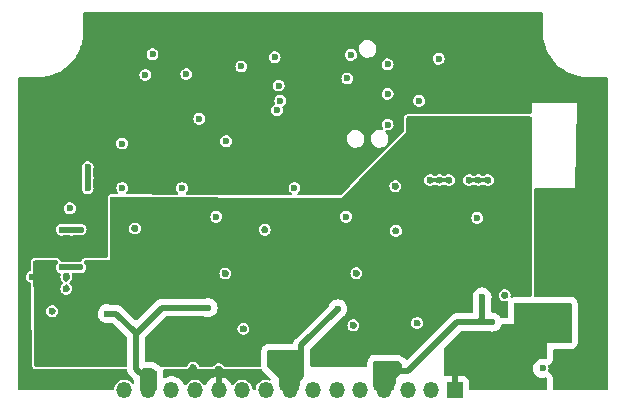
<source format=gbr>
%TF.GenerationSoftware,KiCad,Pcbnew,7.0.5*%
%TF.CreationDate,2023-08-21T12:06:50+01:00*%
%TF.ProjectId,ESC_Control_Board_STM32G071_V2,4553435f-436f-46e7-9472-6f6c5f426f61,rev?*%
%TF.SameCoordinates,Original*%
%TF.FileFunction,Copper,L6,Bot*%
%TF.FilePolarity,Positive*%
%FSLAX46Y46*%
G04 Gerber Fmt 4.6, Leading zero omitted, Abs format (unit mm)*
G04 Created by KiCad (PCBNEW 7.0.5) date 2023-08-21 12:06:50*
%MOMM*%
%LPD*%
G01*
G04 APERTURE LIST*
%TA.AperFunction,ComponentPad*%
%ADD10R,1.350000X1.350000*%
%TD*%
%TA.AperFunction,ComponentPad*%
%ADD11O,1.350000X1.350000*%
%TD*%
%TA.AperFunction,ViaPad*%
%ADD12C,0.600000*%
%TD*%
%TA.AperFunction,Conductor*%
%ADD13C,0.500000*%
%TD*%
G04 APERTURE END LIST*
D10*
%TO.P,J6,1,Pin_1*%
%TO.N,VBATT*%
X145700000Y-79900000D03*
D11*
%TO.P,J6,2,Pin_2*%
%TO.N,unconnected-(J6-Pin_2-Pad2)*%
X143700000Y-79900000D03*
%TO.P,J6,3,Pin_3*%
%TO.N,/Gate_Drive/U_H*%
X141700000Y-79900000D03*
%TO.P,J6,4,Pin_4*%
%TO.N,/BEMF_Feedback/pU*%
X139700000Y-79900000D03*
%TO.P,J6,5,Pin_5*%
%TO.N,/Gate_Drive/U_L*%
X137700000Y-79900000D03*
%TO.P,J6,6,Pin_6*%
%TO.N,unconnected-(J6-Pin_6-Pad6)*%
X135700000Y-79900000D03*
%TO.P,J6,7,Pin_7*%
%TO.N,/Gate_Drive/V_H*%
X133700000Y-79900000D03*
%TO.P,J6,8,Pin_8*%
%TO.N,/BEMF_Feedback/pV*%
X131700000Y-79900000D03*
%TO.P,J6,9,Pin_9*%
%TO.N,/Gate_Drive/V_L*%
X129700000Y-79900000D03*
%TO.P,J6,10,Pin_10*%
%TO.N,unconnected-(J6-Pin_10-Pad10)*%
X127700000Y-79900000D03*
%TO.P,J6,11,Pin_11*%
%TO.N,GND*%
X125700000Y-79900000D03*
%TO.P,J6,12,Pin_12*%
%TO.N,unconnected-(J6-Pin_12-Pad12)*%
X123700000Y-79900000D03*
%TO.P,J6,13,Pin_13*%
%TO.N,/Gate_Drive/W_H*%
X121700000Y-79900000D03*
%TO.P,J6,14,Pin_14*%
%TO.N,/BEMF_Feedback/pW*%
X119700000Y-79900000D03*
%TO.P,J6,15,Pin_15*%
%TO.N,/Gate_Drive/W_L*%
X117700000Y-79900000D03*
%TD*%
D12*
%TO.N,GND*%
X137350000Y-69990000D03*
X126270000Y-70010000D03*
X154800000Y-70920000D03*
X127240000Y-60560000D03*
%TO.N,/BEMF_Feedback/pW*%
X116270000Y-73410000D03*
%TO.N,/BEMF_Feedback/pU*%
X148870000Y-74130000D03*
%TO.N,GND*%
X140740000Y-48640000D03*
X115680000Y-64470000D03*
X140670000Y-62610000D03*
X133350000Y-59260000D03*
X131390000Y-59250000D03*
X132560000Y-51700000D03*
X112530000Y-56530000D03*
X120990000Y-53670000D03*
X121770000Y-55640000D03*
X124900000Y-78400000D03*
X111600000Y-73200000D03*
X115310000Y-48990000D03*
X116470000Y-51780000D03*
X115660000Y-61810000D03*
X125700000Y-78100000D03*
X129600000Y-66300000D03*
X144400000Y-62100000D03*
X109460000Y-59820000D03*
X147700000Y-62100000D03*
X116470000Y-50130000D03*
X144300000Y-49000000D03*
X110000000Y-78700000D03*
X115630000Y-54870000D03*
X109300000Y-65420000D03*
X137100000Y-74400000D03*
X115590000Y-58080000D03*
X120900000Y-61420000D03*
X111190000Y-59830000D03*
X140700000Y-66399500D03*
X142500000Y-74199500D03*
X126435571Y-56033554D03*
X134800000Y-62300000D03*
X122990000Y-56900000D03*
X112800000Y-70300000D03*
X110000000Y-58100000D03*
X110330000Y-59810000D03*
X118600000Y-66200000D03*
X123510000Y-77970000D03*
X146900000Y-62100000D03*
X128250000Y-56040000D03*
X136490000Y-54770000D03*
X115520000Y-56480000D03*
X127800000Y-74700000D03*
X155300000Y-78300000D03*
X157000000Y-78600000D03*
X157330000Y-54580000D03*
X128300000Y-54290000D03*
X109210000Y-64470000D03*
X145200000Y-62100000D03*
X126450000Y-54330000D03*
X115610000Y-53410000D03*
X126500000Y-78400000D03*
X148500000Y-62100000D03*
X140130000Y-53570000D03*
X115570000Y-60200000D03*
X143600000Y-62100000D03*
X136500000Y-57340000D03*
X109240000Y-66370000D03*
X134640000Y-48740000D03*
X109550000Y-75110000D03*
X154300000Y-78300000D03*
X149910000Y-71840000D03*
X110000000Y-55100000D03*
X112800000Y-71300000D03*
%TO.N,/MCU/PA1*%
X117530000Y-59010000D03*
X153125000Y-78050000D03*
%TO.N,+3V3*%
X113200000Y-69500000D03*
X136900000Y-51500000D03*
X113100000Y-64500000D03*
X113200000Y-66300000D03*
X112400000Y-69500000D03*
X114000000Y-69500000D03*
X114600000Y-61900000D03*
X114006428Y-66291421D03*
X112400000Y-66300000D03*
X142675000Y-55395000D03*
X114600000Y-62800000D03*
X114600000Y-61000000D03*
X122975000Y-53125000D03*
%TO.N,/BEMF_Feedback/pU*%
X148000000Y-72000000D03*
X139440000Y-78290000D03*
X140220000Y-78290000D03*
%TO.N,/BEMF_Feedback/pV*%
X131200000Y-78300000D03*
X132000000Y-78300000D03*
X135775000Y-73000500D03*
%TO.N,/BEMF_Feedback/bW*%
X117540000Y-62770000D03*
X125500000Y-65200000D03*
%TO.N,/BEMF_Feedback/pW*%
X124800000Y-72900000D03*
X119320000Y-78430000D03*
X120040000Y-78420000D03*
%TO.N,+12V*%
X149800000Y-62900000D03*
X128295000Y-68290000D03*
X150600000Y-60900000D03*
X142500000Y-57400000D03*
X110800000Y-70300000D03*
X149800000Y-57300000D03*
X122900000Y-64800000D03*
X145300000Y-59200000D03*
X133900000Y-64800000D03*
X151400000Y-61100000D03*
X148500000Y-59200000D03*
X143600000Y-59200000D03*
X134700000Y-64800000D03*
X147700000Y-58900000D03*
X146900000Y-59200000D03*
X139395000Y-68290000D03*
X117280000Y-68310000D03*
X139395000Y-67520000D03*
X150600000Y-57500000D03*
X145000000Y-64900000D03*
X117280000Y-67590000D03*
X114880000Y-73200000D03*
X151400000Y-57300000D03*
X145800000Y-64900000D03*
X128295000Y-67510000D03*
X141400000Y-76800000D03*
X149800000Y-61100000D03*
X122400000Y-74300000D03*
X142500000Y-58300000D03*
X109900000Y-70300000D03*
X144400000Y-58900000D03*
X123700000Y-64800000D03*
%TO.N,/BEMF_Feedback/bV*%
X119500500Y-53200000D03*
X136500000Y-65200000D03*
%TO.N,/BEMF_Feedback/bU*%
X120100000Y-51440000D03*
X147600000Y-65300000D03*
%TO.N,/MCU/PB4*%
X127620000Y-52480000D03*
X144325000Y-51825000D03*
%TO.N,/Gate_Drive/V_HIN*%
X130925000Y-55400000D03*
X132120111Y-62770500D03*
%TO.N,/Gate_Drive/W_HIN*%
X130625000Y-56175500D03*
X122600000Y-62770500D03*
%TO.N,VBATT*%
X153325000Y-73525000D03*
X149750000Y-78675000D03*
X155125000Y-73525000D03*
X148650000Y-78675000D03*
X150850000Y-78675000D03*
X154225000Y-73525000D03*
%TO.N,/MCU/NRST*%
X140000000Y-52300000D03*
X124060000Y-56920000D03*
%TO.N,/MCU/SWO*%
X126325000Y-58799500D03*
X140000000Y-57400000D03*
%TO.N,/MCU/SWDIO*%
X136600000Y-53500000D03*
X130770000Y-54100000D03*
%TO.N,/MCU/TDI*%
X130450000Y-51700500D03*
X140000000Y-54800000D03*
%TD*%
D13*
%TO.N,/BEMF_Feedback/pU*%
X147750000Y-74130000D02*
X146430000Y-74130000D01*
X148000000Y-72000000D02*
X148000000Y-73880000D01*
X148000000Y-73880000D02*
X147750000Y-74130000D01*
%TO.N,/BEMF_Feedback/pW*%
X119020000Y-78420000D02*
X118700000Y-78100000D01*
X118700000Y-78100000D02*
X118700000Y-75200000D01*
X120040000Y-78420000D02*
X119020000Y-78420000D01*
X117010000Y-73410000D02*
X116270000Y-73410000D01*
X118600000Y-75000000D02*
X117010000Y-73410000D01*
%TO.N,/BEMF_Feedback/pU*%
X145922178Y-74130000D02*
X146430000Y-74130000D01*
X139440000Y-78290000D02*
X141762178Y-78290000D01*
X141762178Y-78290000D02*
X145922178Y-74130000D01*
X148870000Y-74130000D02*
X146430000Y-74130000D01*
%TO.N,+3V3*%
X113997849Y-66300000D02*
X114006428Y-66291421D01*
X114600000Y-61000000D02*
X114600000Y-62800000D01*
X114000000Y-69500000D02*
X112400000Y-69500000D01*
X112400000Y-66300000D02*
X113997849Y-66300000D01*
%TO.N,/BEMF_Feedback/pV*%
X132500000Y-78300000D02*
X132700000Y-78100000D01*
X132700000Y-78100000D02*
X132700000Y-76100000D01*
X135775000Y-73025000D02*
X135775000Y-73000500D01*
X131200000Y-78300000D02*
X132500000Y-78300000D01*
X132700000Y-76100000D02*
X135775000Y-73025000D01*
%TO.N,/BEMF_Feedback/pW*%
X124800000Y-72900000D02*
X120900000Y-72900000D01*
X120900000Y-72900000D02*
X118700000Y-75100000D01*
%TD*%
%TA.AperFunction,Conductor*%
%TO.N,GND*%
G36*
X153158691Y-47919407D02*
G01*
X153194655Y-47968907D01*
X153199500Y-47999500D01*
X153199500Y-50113263D01*
X153195953Y-50124510D01*
X153230583Y-50326856D01*
X153230585Y-50326867D01*
X153288472Y-50541487D01*
X153288991Y-50543591D01*
X153300447Y-50594902D01*
X153306555Y-50608527D01*
X153326631Y-50682963D01*
X153326634Y-50682972D01*
X153392636Y-50859616D01*
X153417036Y-50924917D01*
X153417645Y-50926644D01*
X153429189Y-50961410D01*
X153433504Y-50968993D01*
X153455730Y-51028476D01*
X153500324Y-51120391D01*
X153588580Y-51302297D01*
X153589213Y-51303654D01*
X153593701Y-51313665D01*
X153594969Y-51315466D01*
X153616729Y-51360317D01*
X153808195Y-51675537D01*
X153808206Y-51675555D01*
X153836362Y-51713373D01*
X154028463Y-51971398D01*
X154241188Y-52207144D01*
X154275557Y-52245233D01*
X154547293Y-52494628D01*
X154547306Y-52494638D01*
X154547311Y-52494642D01*
X154841262Y-52717376D01*
X154841267Y-52717379D01*
X155154877Y-52911511D01*
X155485346Y-53075308D01*
X155829747Y-53207317D01*
X155877764Y-53220704D01*
X155878798Y-53221390D01*
X155890389Y-53224247D01*
X155891830Y-53224626D01*
X156184920Y-53306340D01*
X156185031Y-53306371D01*
X156247526Y-53317599D01*
X156251890Y-53319937D01*
X156291959Y-53325616D01*
X156293733Y-53325900D01*
X156548053Y-53371592D01*
X156624893Y-53378033D01*
X156632742Y-53381331D01*
X156691840Y-53383692D01*
X156693971Y-53383824D01*
X156915598Y-53402403D01*
X157058752Y-53400924D01*
X157099935Y-53400500D01*
X157100005Y-53400500D01*
X158600500Y-53400500D01*
X158658691Y-53419407D01*
X158694655Y-53468907D01*
X158699500Y-53499500D01*
X158699500Y-79800500D01*
X158680593Y-79858691D01*
X158631093Y-79894655D01*
X158600500Y-79899500D01*
X154104500Y-79899500D01*
X154046309Y-79880593D01*
X154010345Y-79831093D01*
X154005500Y-79800500D01*
X154005500Y-78903573D01*
X154005500Y-78903557D01*
X154005443Y-78898492D01*
X154004817Y-78878404D01*
X153977106Y-78737218D01*
X153956897Y-78679466D01*
X153946590Y-78652506D01*
X153906858Y-78585696D01*
X153873047Y-78528841D01*
X153873046Y-78528840D01*
X153767642Y-78430906D01*
X153717348Y-78396062D01*
X153717336Y-78396054D01*
X153693147Y-78380298D01*
X153645092Y-78359644D01*
X153599096Y-78319295D01*
X153585602Y-78259616D01*
X153594132Y-78227562D01*
X153610165Y-78192457D01*
X153622954Y-78103509D01*
X153630647Y-78050002D01*
X153630647Y-78049997D01*
X153610166Y-77907545D01*
X153600105Y-77885516D01*
X153594438Y-77873107D01*
X153587463Y-77812324D01*
X153617549Y-77759046D01*
X153638287Y-77744426D01*
X153728719Y-77696711D01*
X153778219Y-77660747D01*
X153801083Y-77643116D01*
X153898371Y-77537112D01*
X153961853Y-77407994D01*
X153980760Y-77349803D01*
X153985024Y-77336014D01*
X153985385Y-77333496D01*
X154005500Y-77193603D01*
X154005500Y-76504500D01*
X154024407Y-76446309D01*
X154073907Y-76410345D01*
X154104500Y-76405500D01*
X155500994Y-76405500D01*
X155501000Y-76405500D01*
X155580070Y-76399278D01*
X155610663Y-76394433D01*
X155701467Y-76371257D01*
X155828719Y-76304113D01*
X155878219Y-76268149D01*
X155901083Y-76250518D01*
X155998371Y-76144514D01*
X156061853Y-76015396D01*
X156080760Y-75957205D01*
X156085024Y-75943416D01*
X156085385Y-75940898D01*
X156105500Y-75801005D01*
X156105500Y-72599006D01*
X156105500Y-72599000D01*
X156099278Y-72519930D01*
X156094433Y-72489337D01*
X156071257Y-72398533D01*
X156004113Y-72271281D01*
X155968149Y-72221781D01*
X155950518Y-72198917D01*
X155844514Y-72101629D01*
X155844513Y-72101628D01*
X155715399Y-72038148D01*
X155657181Y-72019232D01*
X155643416Y-72014976D01*
X155643402Y-72014973D01*
X155501005Y-71994500D01*
X155501000Y-71994500D01*
X152501636Y-71994500D01*
X152443445Y-71975593D01*
X152407481Y-71926093D01*
X152403644Y-71881408D01*
X152405500Y-71868501D01*
X152405500Y-62899000D01*
X152424407Y-62840809D01*
X152473907Y-62804845D01*
X152504500Y-62800000D01*
X155900000Y-62800000D01*
X156000000Y-55600000D01*
X152200000Y-55600000D01*
X152200000Y-55600001D01*
X152200000Y-56398363D01*
X152181093Y-56456554D01*
X152131593Y-56492518D01*
X152086914Y-56496356D01*
X152074002Y-56494500D01*
X152074000Y-56494500D01*
X141726000Y-56494500D01*
X141689599Y-56498413D01*
X141682318Y-56499196D01*
X141666865Y-56502557D01*
X141629977Y-56510582D01*
X141629957Y-56510586D01*
X141629961Y-56510586D01*
X141619795Y-56513070D01*
X141539085Y-56556078D01*
X141539081Y-56556081D01*
X141485430Y-56602569D01*
X141467474Y-56620163D01*
X141422826Y-56699982D01*
X141402823Y-56768105D01*
X141394500Y-56825994D01*
X141394500Y-57875474D01*
X141375593Y-57933665D01*
X141366131Y-57944844D01*
X137426600Y-61956004D01*
X137285176Y-62099999D01*
X136925707Y-62466005D01*
X136784283Y-62610000D01*
X136043533Y-63364217D01*
X135989269Y-63392485D01*
X135972397Y-63393846D01*
X132440613Y-63375827D01*
X132382519Y-63356623D01*
X132346809Y-63306940D01*
X132347121Y-63245755D01*
X132383337Y-63196439D01*
X132387557Y-63193568D01*
X132451239Y-63152643D01*
X132545488Y-63043873D01*
X132605276Y-62912957D01*
X132624121Y-62781886D01*
X132625758Y-62770502D01*
X132625758Y-62770497D01*
X132605276Y-62628043D01*
X132574248Y-62560102D01*
X132545488Y-62497127D01*
X132451239Y-62388357D01*
X132451238Y-62388356D01*
X132451237Y-62388355D01*
X132330168Y-62310549D01*
X132330165Y-62310547D01*
X132330164Y-62310547D01*
X132328468Y-62310049D01*
X132192075Y-62270000D01*
X132192072Y-62270000D01*
X132048150Y-62270000D01*
X132048146Y-62270000D01*
X131910060Y-62310546D01*
X131910053Y-62310549D01*
X131788984Y-62388355D01*
X131694733Y-62497128D01*
X131634945Y-62628043D01*
X131614464Y-62770497D01*
X131614464Y-62770502D01*
X131634945Y-62912956D01*
X131648418Y-62942457D01*
X131694734Y-63043873D01*
X131720296Y-63073373D01*
X131788984Y-63152644D01*
X131847488Y-63190242D01*
X131886219Y-63237608D01*
X131889713Y-63298693D01*
X131856633Y-63350166D01*
X131799617Y-63372365D01*
X131793460Y-63372525D01*
X126180366Y-63343887D01*
X122994102Y-63327630D01*
X122936009Y-63308427D01*
X122900299Y-63258744D01*
X122900611Y-63197559D01*
X122926808Y-63158268D01*
X122926491Y-63157994D01*
X122928662Y-63155487D01*
X122929784Y-63153806D01*
X122931117Y-63152649D01*
X122931128Y-63152643D01*
X123025377Y-63043873D01*
X123085165Y-62912957D01*
X123104010Y-62781886D01*
X123105647Y-62770502D01*
X123105647Y-62770497D01*
X123085165Y-62628043D01*
X123054137Y-62560102D01*
X123025377Y-62497127D01*
X122931128Y-62388357D01*
X122931127Y-62388356D01*
X122931126Y-62388355D01*
X122810057Y-62310549D01*
X122810054Y-62310547D01*
X122810053Y-62310547D01*
X122808357Y-62310049D01*
X122671964Y-62270000D01*
X122671961Y-62270000D01*
X122528039Y-62270000D01*
X122528035Y-62270000D01*
X122389949Y-62310546D01*
X122389942Y-62310549D01*
X122268873Y-62388355D01*
X122174622Y-62497128D01*
X122114834Y-62628043D01*
X122094353Y-62770497D01*
X122094353Y-62770502D01*
X122114834Y-62912956D01*
X122128307Y-62942457D01*
X122174623Y-63043873D01*
X122268872Y-63152643D01*
X122273509Y-63157994D01*
X122271538Y-63159701D01*
X122297141Y-63202147D01*
X122291912Y-63263108D01*
X122251849Y-63309354D01*
X122200211Y-63323580D01*
X117957606Y-63301934D01*
X117899512Y-63282730D01*
X117863802Y-63233047D01*
X117864114Y-63171862D01*
X117883290Y-63138106D01*
X117965377Y-63043373D01*
X118025165Y-62912457D01*
X118036267Y-62835240D01*
X118045647Y-62770002D01*
X118045647Y-62769997D01*
X118025165Y-62627543D01*
X118013148Y-62601229D01*
X117965377Y-62496627D01*
X117871128Y-62387857D01*
X117871127Y-62387856D01*
X117871126Y-62387855D01*
X117750057Y-62310049D01*
X117750054Y-62310047D01*
X117750053Y-62310047D01*
X117745755Y-62308785D01*
X117611964Y-62269500D01*
X117611961Y-62269500D01*
X117468039Y-62269500D01*
X117468035Y-62269500D01*
X117329949Y-62310046D01*
X117329942Y-62310049D01*
X117208873Y-62387855D01*
X117114622Y-62496628D01*
X117054834Y-62627543D01*
X117034353Y-62769997D01*
X117034353Y-62770002D01*
X117054834Y-62912456D01*
X117114623Y-63043373D01*
X117192994Y-63133819D01*
X117216812Y-63190178D01*
X117202953Y-63249774D01*
X117156712Y-63289841D01*
X117117670Y-63297648D01*
X116627690Y-63295149D01*
X116627689Y-63295149D01*
X116627688Y-63295149D01*
X116583470Y-63299731D01*
X116583462Y-63299733D01*
X116530513Y-63311109D01*
X116530499Y-63311112D01*
X116519796Y-63313714D01*
X116439085Y-63356722D01*
X116439081Y-63356725D01*
X116385430Y-63403213D01*
X116367474Y-63420807D01*
X116322826Y-63500626D01*
X116302823Y-63568750D01*
X116294500Y-63626639D01*
X116294500Y-68595500D01*
X116275593Y-68653691D01*
X116226093Y-68689655D01*
X116195500Y-68694500D01*
X114413861Y-68694500D01*
X114406534Y-68694762D01*
X114406522Y-68694762D01*
X114406518Y-68694763D01*
X114406511Y-68694763D01*
X114384959Y-68696303D01*
X114384949Y-68696305D01*
X114314253Y-68714344D01*
X114314249Y-68714345D01*
X114314248Y-68714346D01*
X114295676Y-68722826D01*
X114249660Y-68743837D01*
X114249658Y-68743838D01*
X114227480Y-68755655D01*
X114162153Y-68819654D01*
X114162151Y-68819656D01*
X114162151Y-68819657D01*
X114149666Y-68839082D01*
X114123760Y-68879386D01*
X114111487Y-68901322D01*
X114106646Y-68922533D01*
X114075262Y-68975056D01*
X114019000Y-68999102D01*
X114010129Y-68999500D01*
X113928035Y-68999500D01*
X113789943Y-69040048D01*
X113788838Y-69040553D01*
X113786468Y-69041068D01*
X113783153Y-69042042D01*
X113783083Y-69041804D01*
X113747712Y-69049500D01*
X113452288Y-69049500D01*
X113416916Y-69041804D01*
X113416847Y-69042042D01*
X113413531Y-69041068D01*
X113411162Y-69040553D01*
X113410056Y-69040048D01*
X113271964Y-68999500D01*
X113271961Y-68999500D01*
X113128039Y-68999500D01*
X113128035Y-68999500D01*
X112989943Y-69040048D01*
X112988838Y-69040553D01*
X112986468Y-69041068D01*
X112983153Y-69042042D01*
X112983083Y-69041804D01*
X112947712Y-69049500D01*
X112652288Y-69049500D01*
X112616916Y-69041804D01*
X112616847Y-69042042D01*
X112613531Y-69041068D01*
X112611162Y-69040553D01*
X112610056Y-69040048D01*
X112471964Y-68999500D01*
X112471961Y-68999500D01*
X112392507Y-68999500D01*
X112334316Y-68980593D01*
X112298352Y-68931093D01*
X112295559Y-68920553D01*
X112295403Y-68919797D01*
X112252394Y-68839084D01*
X112205901Y-68785428D01*
X112188308Y-68767473D01*
X112108490Y-68722826D01*
X112079351Y-68714270D01*
X112040366Y-68702823D01*
X111982477Y-68694500D01*
X111982473Y-68694500D01*
X110127408Y-68694500D01*
X110125033Y-68694762D01*
X110082617Y-68699440D01*
X110082615Y-68699441D01*
X110028984Y-68711420D01*
X110017733Y-68714270D01*
X109937503Y-68758174D01*
X109884363Y-68805264D01*
X109884355Y-68805271D01*
X109866610Y-68823049D01*
X109822851Y-68903362D01*
X109822851Y-68903363D01*
X109803608Y-68971700D01*
X109803607Y-68971703D01*
X109795929Y-69029681D01*
X109795929Y-69029683D01*
X109796064Y-69041804D01*
X109803726Y-69731426D01*
X109785466Y-69789823D01*
X109736369Y-69826335D01*
X109732624Y-69827516D01*
X109689947Y-69840047D01*
X109689942Y-69840049D01*
X109568873Y-69917855D01*
X109474622Y-70026628D01*
X109414834Y-70157543D01*
X109394353Y-70299997D01*
X109394353Y-70300002D01*
X109414834Y-70442456D01*
X109458785Y-70538693D01*
X109474623Y-70573373D01*
X109525535Y-70632129D01*
X109568873Y-70682144D01*
X109628040Y-70720168D01*
X109689947Y-70759953D01*
X109745274Y-70776198D01*
X109795781Y-70810733D01*
X109816343Y-70868360D01*
X109816377Y-70870088D01*
X109841189Y-73103087D01*
X109842266Y-73199999D01*
X109842291Y-73202283D01*
X109877813Y-76399277D01*
X109893129Y-77777683D01*
X109893130Y-77777699D01*
X109898056Y-77820182D01*
X109898059Y-77820203D01*
X109909426Y-77871095D01*
X109909447Y-77871183D01*
X109911675Y-77880196D01*
X109911678Y-77880203D01*
X109954686Y-77960915D01*
X109954689Y-77960918D01*
X110001176Y-78014568D01*
X110001180Y-78014572D01*
X110018773Y-78032527D01*
X110098591Y-78077174D01*
X110166712Y-78097176D01*
X110186010Y-78099950D01*
X110224604Y-78105500D01*
X110224608Y-78105500D01*
X117823495Y-78105500D01*
X117823500Y-78105500D01*
X117845559Y-78103128D01*
X117905435Y-78115707D01*
X117946485Y-78161079D01*
X117954763Y-78192932D01*
X117960000Y-78252795D01*
X117960299Y-78253697D01*
X117964649Y-78273316D01*
X117964758Y-78274255D01*
X117990775Y-78345739D01*
X117991247Y-78347097D01*
X118015184Y-78419332D01*
X118015682Y-78420139D01*
X118024437Y-78438222D01*
X118024762Y-78439116D01*
X118024763Y-78439118D01*
X118066581Y-78502701D01*
X118067355Y-78503915D01*
X118107285Y-78568652D01*
X118107286Y-78568653D01*
X118107288Y-78568656D01*
X118107293Y-78568661D01*
X118107957Y-78569326D01*
X118120654Y-78584913D01*
X118121167Y-78585693D01*
X118176500Y-78637897D01*
X118177532Y-78638900D01*
X118445556Y-78906923D01*
X118454963Y-78917809D01*
X118470385Y-78938525D01*
X118470390Y-78938530D01*
X118479134Y-78945867D01*
X118511558Y-78997755D01*
X118514499Y-79021706D01*
X118514499Y-79238276D01*
X118495592Y-79296467D01*
X118446092Y-79332431D01*
X118384906Y-79332431D01*
X118341927Y-79304519D01*
X118289054Y-79245796D01*
X118278704Y-79238276D01*
X118140161Y-79137619D01*
X118140157Y-79137617D01*
X118140154Y-79137615D01*
X117972036Y-79062765D01*
X117972034Y-79062764D01*
X117972031Y-79062763D01*
X117972030Y-79062763D01*
X117925135Y-79052795D01*
X117792019Y-79024500D01*
X117607981Y-79024500D01*
X117510797Y-79045157D01*
X117427969Y-79062763D01*
X117427963Y-79062765D01*
X117259845Y-79137615D01*
X117259842Y-79137617D01*
X117110948Y-79245794D01*
X116987803Y-79382562D01*
X116987803Y-79382563D01*
X116895790Y-79541931D01*
X116895784Y-79541945D01*
X116838916Y-79716965D01*
X116838915Y-79716969D01*
X116838915Y-79716971D01*
X116829048Y-79810849D01*
X116804162Y-79866744D01*
X116751174Y-79897337D01*
X116730591Y-79899500D01*
X108799500Y-79899500D01*
X108741309Y-79880593D01*
X108705345Y-79831093D01*
X108700500Y-79800500D01*
X108700500Y-66300002D01*
X111894353Y-66300002D01*
X111914834Y-66442456D01*
X111973716Y-66571387D01*
X111974623Y-66573373D01*
X112058871Y-66670601D01*
X112068873Y-66682144D01*
X112189942Y-66759950D01*
X112189947Y-66759953D01*
X112296403Y-66791211D01*
X112328035Y-66800499D01*
X112328036Y-66800499D01*
X112328039Y-66800500D01*
X112328041Y-66800500D01*
X112471959Y-66800500D01*
X112471961Y-66800500D01*
X112610053Y-66759953D01*
X112610056Y-66759950D01*
X112611162Y-66759447D01*
X112613531Y-66758931D01*
X112616847Y-66757958D01*
X112616916Y-66758195D01*
X112652288Y-66750500D01*
X112947712Y-66750500D01*
X112983083Y-66758195D01*
X112983153Y-66757958D01*
X112986468Y-66758931D01*
X112988838Y-66759447D01*
X112989943Y-66759951D01*
X112989944Y-66759951D01*
X112989947Y-66759953D01*
X113098818Y-66791920D01*
X113128035Y-66800499D01*
X113128036Y-66800499D01*
X113128039Y-66800500D01*
X113128041Y-66800500D01*
X113271959Y-66800500D01*
X113271961Y-66800500D01*
X113410053Y-66759953D01*
X113410056Y-66759950D01*
X113411162Y-66759447D01*
X113413531Y-66758931D01*
X113416847Y-66757958D01*
X113416916Y-66758195D01*
X113452288Y-66750500D01*
X113779165Y-66750500D01*
X113807054Y-66754509D01*
X113825583Y-66759950D01*
X113934463Y-66791920D01*
X113934464Y-66791920D01*
X113934467Y-66791921D01*
X113934469Y-66791921D01*
X114078387Y-66791921D01*
X114078389Y-66791921D01*
X114216481Y-66751374D01*
X114337556Y-66673564D01*
X114431805Y-66564794D01*
X114491593Y-66433878D01*
X114500796Y-66369871D01*
X114512075Y-66291423D01*
X114512075Y-66291418D01*
X114491593Y-66148964D01*
X114482989Y-66130125D01*
X114431805Y-66018048D01*
X114337556Y-65909278D01*
X114337555Y-65909277D01*
X114337554Y-65909276D01*
X114216485Y-65831470D01*
X114216482Y-65831468D01*
X114216481Y-65831468D01*
X114216478Y-65831467D01*
X114078392Y-65790921D01*
X114078389Y-65790921D01*
X113934467Y-65790921D01*
X113934463Y-65790921D01*
X113796377Y-65831467D01*
X113796369Y-65831471D01*
X113792772Y-65833783D01*
X113739248Y-65849500D01*
X113452288Y-65849500D01*
X113416916Y-65841804D01*
X113416847Y-65842042D01*
X113413531Y-65841068D01*
X113411162Y-65840553D01*
X113410056Y-65840048D01*
X113410049Y-65840046D01*
X113388720Y-65833783D01*
X113271964Y-65799500D01*
X113271961Y-65799500D01*
X113128039Y-65799500D01*
X113128035Y-65799500D01*
X112989943Y-65840048D01*
X112988838Y-65840553D01*
X112986468Y-65841068D01*
X112983153Y-65842042D01*
X112983083Y-65841804D01*
X112947712Y-65849500D01*
X112652288Y-65849500D01*
X112616916Y-65841804D01*
X112616847Y-65842042D01*
X112613531Y-65841068D01*
X112611162Y-65840553D01*
X112610056Y-65840048D01*
X112610049Y-65840046D01*
X112588720Y-65833783D01*
X112471964Y-65799500D01*
X112471961Y-65799500D01*
X112328039Y-65799500D01*
X112328035Y-65799500D01*
X112189949Y-65840046D01*
X112189942Y-65840049D01*
X112068873Y-65917855D01*
X111974622Y-66026628D01*
X111914834Y-66157543D01*
X111894353Y-66299997D01*
X111894353Y-66300002D01*
X108700500Y-66300002D01*
X108700500Y-64500002D01*
X112594353Y-64500002D01*
X112614834Y-64642456D01*
X112674622Y-64773371D01*
X112674623Y-64773373D01*
X112768872Y-64882143D01*
X112768873Y-64882144D01*
X112889942Y-64959950D01*
X112889947Y-64959953D01*
X112996403Y-64991211D01*
X113028035Y-65000499D01*
X113028036Y-65000499D01*
X113028039Y-65000500D01*
X113028041Y-65000500D01*
X113171959Y-65000500D01*
X113171961Y-65000500D01*
X113310053Y-64959953D01*
X113431128Y-64882143D01*
X113525377Y-64773373D01*
X113585165Y-64642457D01*
X113605647Y-64500000D01*
X113585165Y-64357543D01*
X113525377Y-64226627D01*
X113431128Y-64117857D01*
X113431127Y-64117856D01*
X113431126Y-64117855D01*
X113310057Y-64040049D01*
X113310054Y-64040047D01*
X113310053Y-64040047D01*
X113310050Y-64040046D01*
X113171964Y-63999500D01*
X113171961Y-63999500D01*
X113028039Y-63999500D01*
X113028035Y-63999500D01*
X112889949Y-64040046D01*
X112889942Y-64040049D01*
X112768873Y-64117855D01*
X112674622Y-64226628D01*
X112614834Y-64357543D01*
X112594353Y-64499997D01*
X112594353Y-64500002D01*
X108700500Y-64500002D01*
X108700500Y-62800000D01*
X114094353Y-62800000D01*
X114114834Y-62942456D01*
X114174622Y-63073371D01*
X114174623Y-63073373D01*
X114249426Y-63159701D01*
X114268873Y-63182144D01*
X114389942Y-63259950D01*
X114389947Y-63259953D01*
X114491737Y-63289841D01*
X114528035Y-63300499D01*
X114528036Y-63300499D01*
X114528039Y-63300500D01*
X114528041Y-63300500D01*
X114671959Y-63300500D01*
X114671961Y-63300500D01*
X114810053Y-63259953D01*
X114931128Y-63182143D01*
X115025377Y-63073373D01*
X115085165Y-62942457D01*
X115105647Y-62800000D01*
X115101496Y-62771130D01*
X115085165Y-62657543D01*
X115059447Y-62601229D01*
X115050500Y-62560102D01*
X115050500Y-62139897D01*
X115059446Y-62098771D01*
X115085165Y-62042457D01*
X115085165Y-62042455D01*
X115085166Y-62042454D01*
X115105647Y-61900002D01*
X115105647Y-61899997D01*
X115085165Y-61757543D01*
X115059447Y-61701229D01*
X115050500Y-61660102D01*
X115050500Y-61239897D01*
X115059446Y-61198771D01*
X115085165Y-61142457D01*
X115085165Y-61142455D01*
X115085166Y-61142454D01*
X115105647Y-61000002D01*
X115105647Y-60999997D01*
X115085165Y-60857543D01*
X115025377Y-60726628D01*
X115025377Y-60726627D01*
X114931128Y-60617857D01*
X114931127Y-60617856D01*
X114931126Y-60617855D01*
X114810057Y-60540049D01*
X114810054Y-60540047D01*
X114810053Y-60540047D01*
X114810050Y-60540046D01*
X114671964Y-60499500D01*
X114671961Y-60499500D01*
X114528039Y-60499500D01*
X114528035Y-60499500D01*
X114389949Y-60540046D01*
X114389942Y-60540049D01*
X114268873Y-60617855D01*
X114174622Y-60726628D01*
X114114834Y-60857543D01*
X114094353Y-60999997D01*
X114094353Y-61000002D01*
X114114833Y-61142454D01*
X114128286Y-61171911D01*
X114140553Y-61198771D01*
X114149500Y-61239897D01*
X114149500Y-61660102D01*
X114140553Y-61701229D01*
X114114834Y-61757543D01*
X114094353Y-61899997D01*
X114094353Y-61900002D01*
X114114833Y-62042454D01*
X114128286Y-62071911D01*
X114140553Y-62098771D01*
X114149500Y-62139897D01*
X114149500Y-62560102D01*
X114140553Y-62601229D01*
X114114834Y-62657543D01*
X114094353Y-62799997D01*
X114094353Y-62800000D01*
X108700500Y-62800000D01*
X108700500Y-59010002D01*
X117024353Y-59010002D01*
X117044834Y-59152456D01*
X117093699Y-59259453D01*
X117104623Y-59283373D01*
X117167381Y-59355800D01*
X117198873Y-59392144D01*
X117319942Y-59469950D01*
X117319947Y-59469953D01*
X117426403Y-59501211D01*
X117458035Y-59510499D01*
X117458036Y-59510499D01*
X117458039Y-59510500D01*
X117458041Y-59510500D01*
X117601959Y-59510500D01*
X117601961Y-59510500D01*
X117740053Y-59469953D01*
X117861128Y-59392143D01*
X117955377Y-59283373D01*
X118015165Y-59152457D01*
X118035647Y-59010000D01*
X118032115Y-58985436D01*
X118015165Y-58867543D01*
X117984091Y-58799502D01*
X125819353Y-58799502D01*
X125839834Y-58941956D01*
X125899622Y-59072871D01*
X125899623Y-59072873D01*
X125993872Y-59181643D01*
X125993873Y-59181644D01*
X126080549Y-59237347D01*
X126114947Y-59259453D01*
X126196412Y-59283373D01*
X126253035Y-59299999D01*
X126253036Y-59299999D01*
X126253039Y-59300000D01*
X126253041Y-59300000D01*
X126396959Y-59300000D01*
X126396961Y-59300000D01*
X126535053Y-59259453D01*
X126656128Y-59181643D01*
X126750377Y-59072873D01*
X126810165Y-58941957D01*
X126826930Y-58825354D01*
X126830647Y-58799502D01*
X126830647Y-58799497D01*
X126810165Y-58657043D01*
X126808618Y-58653656D01*
X136534392Y-58653656D01*
X136564666Y-58825350D01*
X136633720Y-58985436D01*
X136633721Y-58985438D01*
X136737831Y-59125282D01*
X136737833Y-59125284D01*
X136871383Y-59237347D01*
X136871384Y-59237347D01*
X136871386Y-59237349D01*
X137027185Y-59315594D01*
X137196829Y-59355800D01*
X137196832Y-59355800D01*
X137327433Y-59355800D01*
X137327436Y-59355800D01*
X137457164Y-59340637D01*
X137620993Y-59281008D01*
X137653771Y-59259450D01*
X137766648Y-59185209D01*
X137766648Y-59185208D01*
X137766654Y-59185205D01*
X137886296Y-59058393D01*
X137973467Y-58907407D01*
X138023469Y-58740388D01*
X138028521Y-58653656D01*
X138566392Y-58653656D01*
X138596666Y-58825350D01*
X138665720Y-58985436D01*
X138665721Y-58985438D01*
X138769831Y-59125282D01*
X138769833Y-59125284D01*
X138903383Y-59237347D01*
X138903384Y-59237347D01*
X138903386Y-59237349D01*
X139059185Y-59315594D01*
X139228829Y-59355800D01*
X139228832Y-59355800D01*
X139359433Y-59355800D01*
X139359436Y-59355800D01*
X139489164Y-59340637D01*
X139652993Y-59281008D01*
X139685771Y-59259450D01*
X139798648Y-59185209D01*
X139798648Y-59185208D01*
X139798654Y-59185205D01*
X139918296Y-59058393D01*
X140005467Y-58907407D01*
X140055469Y-58740388D01*
X140065607Y-58566340D01*
X140050314Y-58479612D01*
X140035333Y-58394649D01*
X140035332Y-58394646D01*
X139966279Y-58234562D01*
X139862168Y-58094717D01*
X139833099Y-58070325D01*
X139800677Y-58018437D01*
X139804946Y-57957401D01*
X139844276Y-57910531D01*
X139903644Y-57895729D01*
X139924633Y-57899500D01*
X139928034Y-57900499D01*
X139928037Y-57900499D01*
X139928039Y-57900500D01*
X139928041Y-57900500D01*
X140071959Y-57900500D01*
X140071961Y-57900500D01*
X140210053Y-57859953D01*
X140331128Y-57782143D01*
X140425377Y-57673373D01*
X140485165Y-57542457D01*
X140505647Y-57400000D01*
X140502764Y-57379950D01*
X140485165Y-57257543D01*
X140425377Y-57126628D01*
X140425377Y-57126627D01*
X140331128Y-57017857D01*
X140331127Y-57017856D01*
X140331126Y-57017855D01*
X140210057Y-56940049D01*
X140210054Y-56940047D01*
X140210053Y-56940047D01*
X140210050Y-56940046D01*
X140071964Y-56899500D01*
X140071961Y-56899500D01*
X139928039Y-56899500D01*
X139928035Y-56899500D01*
X139789949Y-56940046D01*
X139789942Y-56940049D01*
X139668873Y-57017855D01*
X139574622Y-57126628D01*
X139514834Y-57257543D01*
X139494353Y-57399997D01*
X139494353Y-57400002D01*
X139514834Y-57542456D01*
X139574622Y-57673371D01*
X139574623Y-57673373D01*
X139626043Y-57732715D01*
X139649860Y-57789075D01*
X139636001Y-57848670D01*
X139589760Y-57888738D01*
X139528799Y-57893973D01*
X139528393Y-57893878D01*
X139403171Y-57864200D01*
X139272564Y-57864200D01*
X139207699Y-57871781D01*
X139142833Y-57879363D01*
X139142828Y-57879365D01*
X138979008Y-57938991D01*
X138978998Y-57938996D01*
X138833351Y-58034790D01*
X138833345Y-58034795D01*
X138713705Y-58161605D01*
X138713704Y-58161605D01*
X138626533Y-58312592D01*
X138576531Y-58479608D01*
X138576530Y-58479616D01*
X138566392Y-58653656D01*
X138028521Y-58653656D01*
X138033607Y-58566340D01*
X138018314Y-58479612D01*
X138003333Y-58394649D01*
X138003332Y-58394646D01*
X137934279Y-58234562D01*
X137830168Y-58094717D01*
X137830166Y-58094715D01*
X137696616Y-57982652D01*
X137540816Y-57904406D01*
X137496393Y-57893878D01*
X137371171Y-57864200D01*
X137240564Y-57864200D01*
X137175699Y-57871781D01*
X137110833Y-57879363D01*
X137110828Y-57879365D01*
X136947008Y-57938991D01*
X136946998Y-57938996D01*
X136801351Y-58034790D01*
X136801345Y-58034795D01*
X136681705Y-58161605D01*
X136681704Y-58161605D01*
X136594533Y-58312592D01*
X136544531Y-58479608D01*
X136544530Y-58479616D01*
X136534392Y-58653656D01*
X126808618Y-58653656D01*
X126761301Y-58550047D01*
X126750377Y-58526127D01*
X126656128Y-58417357D01*
X126656127Y-58417356D01*
X126656126Y-58417355D01*
X126535057Y-58339549D01*
X126535054Y-58339547D01*
X126535053Y-58339547D01*
X126535050Y-58339546D01*
X126396964Y-58299000D01*
X126396961Y-58299000D01*
X126253039Y-58299000D01*
X126253035Y-58299000D01*
X126114949Y-58339546D01*
X126114942Y-58339549D01*
X125993873Y-58417355D01*
X125899622Y-58526128D01*
X125839834Y-58657043D01*
X125819353Y-58799497D01*
X125819353Y-58799502D01*
X117984091Y-58799502D01*
X117957096Y-58740391D01*
X117955377Y-58736627D01*
X117861128Y-58627857D01*
X117861127Y-58627856D01*
X117861126Y-58627855D01*
X117740057Y-58550049D01*
X117740054Y-58550047D01*
X117740053Y-58550047D01*
X117740050Y-58550046D01*
X117601964Y-58509500D01*
X117601961Y-58509500D01*
X117458039Y-58509500D01*
X117458035Y-58509500D01*
X117319949Y-58550046D01*
X117319942Y-58550049D01*
X117198873Y-58627855D01*
X117104622Y-58736628D01*
X117044834Y-58867543D01*
X117024353Y-59009997D01*
X117024353Y-59010002D01*
X108700500Y-59010002D01*
X108700500Y-56920002D01*
X123554353Y-56920002D01*
X123574834Y-57062456D01*
X123604141Y-57126628D01*
X123634623Y-57193373D01*
X123728872Y-57302143D01*
X123728873Y-57302144D01*
X123849942Y-57379950D01*
X123849947Y-57379953D01*
X123956403Y-57411211D01*
X123988035Y-57420499D01*
X123988036Y-57420499D01*
X123988039Y-57420500D01*
X123988041Y-57420500D01*
X124131959Y-57420500D01*
X124131961Y-57420500D01*
X124270053Y-57379953D01*
X124391128Y-57302143D01*
X124485377Y-57193373D01*
X124545165Y-57062457D01*
X124551992Y-57014971D01*
X124565647Y-56920002D01*
X124565647Y-56919997D01*
X124545165Y-56777543D01*
X124509744Y-56699983D01*
X124485377Y-56646627D01*
X124391128Y-56537857D01*
X124391127Y-56537856D01*
X124391126Y-56537855D01*
X124270057Y-56460049D01*
X124270054Y-56460047D01*
X124270053Y-56460047D01*
X124258157Y-56456554D01*
X124131964Y-56419500D01*
X124131961Y-56419500D01*
X123988039Y-56419500D01*
X123988035Y-56419500D01*
X123849949Y-56460046D01*
X123849942Y-56460049D01*
X123728873Y-56537855D01*
X123634622Y-56646628D01*
X123574834Y-56777543D01*
X123554353Y-56919997D01*
X123554353Y-56920002D01*
X108700500Y-56920002D01*
X108700500Y-56175502D01*
X130119353Y-56175502D01*
X130139834Y-56317956D01*
X130199622Y-56448871D01*
X130199623Y-56448873D01*
X130292516Y-56556078D01*
X130293873Y-56557644D01*
X130363778Y-56602569D01*
X130414947Y-56635453D01*
X130521403Y-56666711D01*
X130553035Y-56675999D01*
X130553036Y-56675999D01*
X130553039Y-56676000D01*
X130553041Y-56676000D01*
X130696959Y-56676000D01*
X130696961Y-56676000D01*
X130835053Y-56635453D01*
X130956128Y-56557643D01*
X131050377Y-56448873D01*
X131110165Y-56317957D01*
X131130647Y-56175500D01*
X131130647Y-56175497D01*
X131110166Y-56033045D01*
X131090179Y-55989280D01*
X131083205Y-55928494D01*
X131113292Y-55875217D01*
X131129530Y-55864454D01*
X131129097Y-55863781D01*
X131196247Y-55820625D01*
X131256128Y-55782143D01*
X131350377Y-55673373D01*
X131410165Y-55542457D01*
X131430647Y-55400000D01*
X131429928Y-55395002D01*
X142169353Y-55395002D01*
X142189834Y-55537456D01*
X142218398Y-55600001D01*
X142249623Y-55668373D01*
X142343872Y-55777143D01*
X142343873Y-55777144D01*
X142464942Y-55854950D01*
X142464947Y-55854953D01*
X142533961Y-55875217D01*
X142603035Y-55895499D01*
X142603036Y-55895499D01*
X142603039Y-55895500D01*
X142603041Y-55895500D01*
X142746959Y-55895500D01*
X142746961Y-55895500D01*
X142885053Y-55854953D01*
X143006128Y-55777143D01*
X143100377Y-55668373D01*
X143160165Y-55537457D01*
X143180647Y-55395000D01*
X143160165Y-55252543D01*
X143100377Y-55121627D01*
X143006128Y-55012857D01*
X143006127Y-55012856D01*
X143006126Y-55012855D01*
X142885057Y-54935049D01*
X142885054Y-54935047D01*
X142885053Y-54935047D01*
X142885050Y-54935046D01*
X142746964Y-54894500D01*
X142746961Y-54894500D01*
X142603039Y-54894500D01*
X142603035Y-54894500D01*
X142464949Y-54935046D01*
X142464942Y-54935049D01*
X142343873Y-55012855D01*
X142249622Y-55121628D01*
X142189834Y-55252543D01*
X142169353Y-55394997D01*
X142169353Y-55395002D01*
X131429928Y-55395002D01*
X131410165Y-55257543D01*
X131375731Y-55182144D01*
X131350377Y-55126627D01*
X131256128Y-55017857D01*
X131256127Y-55017856D01*
X131256126Y-55017855D01*
X131135057Y-54940049D01*
X131135054Y-54940047D01*
X131135053Y-54940047D01*
X131135050Y-54940046D01*
X130996964Y-54899500D01*
X130996961Y-54899500D01*
X130853039Y-54899500D01*
X130853035Y-54899500D01*
X130714949Y-54940046D01*
X130714942Y-54940049D01*
X130593873Y-55017855D01*
X130499622Y-55126628D01*
X130439834Y-55257543D01*
X130419353Y-55399997D01*
X130419353Y-55400002D01*
X130439833Y-55542454D01*
X130459820Y-55586218D01*
X130466794Y-55647005D01*
X130436707Y-55700281D01*
X130420473Y-55711050D01*
X130420903Y-55711719D01*
X130293873Y-55793355D01*
X130199622Y-55902128D01*
X130139834Y-56033043D01*
X130119353Y-56175497D01*
X130119353Y-56175502D01*
X108700500Y-56175502D01*
X108700500Y-54800002D01*
X139494353Y-54800002D01*
X139514834Y-54942456D01*
X139546985Y-55012855D01*
X139574623Y-55073373D01*
X139668872Y-55182143D01*
X139668873Y-55182144D01*
X139786197Y-55257543D01*
X139789947Y-55259953D01*
X139896403Y-55291211D01*
X139928035Y-55300499D01*
X139928036Y-55300499D01*
X139928039Y-55300500D01*
X139928041Y-55300500D01*
X140071959Y-55300500D01*
X140071961Y-55300500D01*
X140210053Y-55259953D01*
X140331128Y-55182143D01*
X140425377Y-55073373D01*
X140485165Y-54942457D01*
X140505647Y-54800000D01*
X140485165Y-54657543D01*
X140425377Y-54526627D01*
X140331128Y-54417857D01*
X140331127Y-54417856D01*
X140331126Y-54417855D01*
X140210057Y-54340049D01*
X140210054Y-54340047D01*
X140210053Y-54340047D01*
X140210050Y-54340046D01*
X140071964Y-54299500D01*
X140071961Y-54299500D01*
X139928039Y-54299500D01*
X139928035Y-54299500D01*
X139789949Y-54340046D01*
X139789942Y-54340049D01*
X139668873Y-54417855D01*
X139574622Y-54526628D01*
X139514834Y-54657543D01*
X139494353Y-54799997D01*
X139494353Y-54800002D01*
X108700500Y-54800002D01*
X108700500Y-54100002D01*
X130264353Y-54100002D01*
X130284834Y-54242456D01*
X130310886Y-54299500D01*
X130344623Y-54373373D01*
X130438872Y-54482143D01*
X130438873Y-54482144D01*
X130508092Y-54526628D01*
X130559947Y-54559953D01*
X130666403Y-54591211D01*
X130698035Y-54600499D01*
X130698036Y-54600499D01*
X130698039Y-54600500D01*
X130698041Y-54600500D01*
X130841959Y-54600500D01*
X130841961Y-54600500D01*
X130980053Y-54559953D01*
X131101128Y-54482143D01*
X131195377Y-54373373D01*
X131255165Y-54242457D01*
X131275647Y-54100000D01*
X131255165Y-53957543D01*
X131195377Y-53826627D01*
X131101128Y-53717857D01*
X131101127Y-53717856D01*
X131101126Y-53717855D01*
X130980057Y-53640049D01*
X130980054Y-53640047D01*
X130980053Y-53640047D01*
X130980050Y-53640046D01*
X130841964Y-53599500D01*
X130841961Y-53599500D01*
X130698039Y-53599500D01*
X130698035Y-53599500D01*
X130559949Y-53640046D01*
X130559942Y-53640049D01*
X130438873Y-53717855D01*
X130344622Y-53826628D01*
X130284834Y-53957543D01*
X130264353Y-54099997D01*
X130264353Y-54100002D01*
X108700500Y-54100002D01*
X108700500Y-53499500D01*
X108719407Y-53441309D01*
X108768907Y-53405345D01*
X108799500Y-53400500D01*
X110303244Y-53400500D01*
X110345440Y-53400935D01*
X110484401Y-53402371D01*
X110706064Y-53383789D01*
X110708172Y-53383658D01*
X110760668Y-53381557D01*
X110775084Y-53378003D01*
X110851943Y-53371560D01*
X111106279Y-53325865D01*
X111108037Y-53325584D01*
X111144258Y-53320450D01*
X111152477Y-53317566D01*
X111214962Y-53306340D01*
X111508200Y-53224584D01*
X111509627Y-53224210D01*
X111520238Y-53221594D01*
X111522228Y-53220673D01*
X111570243Y-53207287D01*
X111589249Y-53200002D01*
X118994853Y-53200002D01*
X119015334Y-53342456D01*
X119044055Y-53405345D01*
X119075123Y-53473373D01*
X119104385Y-53507143D01*
X119169373Y-53582144D01*
X119290442Y-53659950D01*
X119290447Y-53659953D01*
X119396903Y-53691211D01*
X119428535Y-53700499D01*
X119428536Y-53700499D01*
X119428539Y-53700500D01*
X119428541Y-53700500D01*
X119572459Y-53700500D01*
X119572461Y-53700500D01*
X119710553Y-53659953D01*
X119831628Y-53582143D01*
X119925877Y-53473373D01*
X119985665Y-53342457D01*
X120002606Y-53224628D01*
X120006147Y-53200002D01*
X120006147Y-53199997D01*
X119995364Y-53125002D01*
X122469353Y-53125002D01*
X122489834Y-53267456D01*
X122543973Y-53386001D01*
X122549623Y-53398373D01*
X122643872Y-53507143D01*
X122643873Y-53507144D01*
X122760576Y-53582144D01*
X122764947Y-53584953D01*
X122871403Y-53616211D01*
X122903035Y-53625499D01*
X122903036Y-53625499D01*
X122903039Y-53625500D01*
X122903041Y-53625500D01*
X123046959Y-53625500D01*
X123046961Y-53625500D01*
X123185053Y-53584953D01*
X123306128Y-53507143D01*
X123312316Y-53500002D01*
X136094353Y-53500002D01*
X136114834Y-53642456D01*
X136149268Y-53717855D01*
X136174623Y-53773373D01*
X136268872Y-53882143D01*
X136268873Y-53882144D01*
X136386197Y-53957543D01*
X136389947Y-53959953D01*
X136496403Y-53991211D01*
X136528035Y-54000499D01*
X136528036Y-54000499D01*
X136528039Y-54000500D01*
X136528041Y-54000500D01*
X136671959Y-54000500D01*
X136671961Y-54000500D01*
X136810053Y-53959953D01*
X136931128Y-53882143D01*
X137025377Y-53773373D01*
X137085165Y-53642457D01*
X137105647Y-53500000D01*
X137105575Y-53499500D01*
X137085165Y-53357543D01*
X137061781Y-53306340D01*
X137025377Y-53226627D01*
X136931128Y-53117857D01*
X136931127Y-53117856D01*
X136931126Y-53117855D01*
X136810057Y-53040049D01*
X136810054Y-53040047D01*
X136810053Y-53040047D01*
X136810050Y-53040046D01*
X136671964Y-52999500D01*
X136671961Y-52999500D01*
X136528039Y-52999500D01*
X136528035Y-52999500D01*
X136389949Y-53040046D01*
X136389942Y-53040049D01*
X136268873Y-53117855D01*
X136174622Y-53226628D01*
X136114834Y-53357543D01*
X136094353Y-53499997D01*
X136094353Y-53500002D01*
X123312316Y-53500002D01*
X123400377Y-53398373D01*
X123460165Y-53267457D01*
X123468816Y-53207287D01*
X123480647Y-53125002D01*
X123480647Y-53124997D01*
X123460165Y-52982543D01*
X123459232Y-52980499D01*
X123400377Y-52851627D01*
X123306128Y-52742857D01*
X123306127Y-52742856D01*
X123306126Y-52742855D01*
X123185057Y-52665049D01*
X123185054Y-52665047D01*
X123185053Y-52665047D01*
X123185050Y-52665046D01*
X123046964Y-52624500D01*
X123046961Y-52624500D01*
X122903039Y-52624500D01*
X122903035Y-52624500D01*
X122764949Y-52665046D01*
X122764942Y-52665049D01*
X122643873Y-52742855D01*
X122549622Y-52851628D01*
X122489834Y-52982543D01*
X122469353Y-53124997D01*
X122469353Y-53125002D01*
X119995364Y-53125002D01*
X119985665Y-53057543D01*
X119950480Y-52980499D01*
X119925877Y-52926627D01*
X119831628Y-52817857D01*
X119831627Y-52817856D01*
X119831626Y-52817855D01*
X119710557Y-52740049D01*
X119710554Y-52740047D01*
X119710553Y-52740047D01*
X119710550Y-52740046D01*
X119572464Y-52699500D01*
X119572461Y-52699500D01*
X119428539Y-52699500D01*
X119428535Y-52699500D01*
X119290449Y-52740046D01*
X119290442Y-52740049D01*
X119169373Y-52817855D01*
X119075122Y-52926628D01*
X119015334Y-53057543D01*
X118994853Y-53199997D01*
X118994853Y-53200002D01*
X111589249Y-53200002D01*
X111914642Y-53075278D01*
X112245107Y-52911483D01*
X112558715Y-52717352D01*
X112852687Y-52494604D01*
X112868597Y-52480002D01*
X127114353Y-52480002D01*
X127134834Y-52622456D01*
X127189820Y-52742857D01*
X127194623Y-52753373D01*
X127279760Y-52851627D01*
X127288873Y-52862144D01*
X127409942Y-52939950D01*
X127409947Y-52939953D01*
X127516403Y-52971211D01*
X127548035Y-52980499D01*
X127548036Y-52980499D01*
X127548039Y-52980500D01*
X127548041Y-52980500D01*
X127691959Y-52980500D01*
X127691961Y-52980500D01*
X127830053Y-52939953D01*
X127951128Y-52862143D01*
X128045377Y-52753373D01*
X128105165Y-52622457D01*
X128123547Y-52494607D01*
X128125647Y-52480002D01*
X128125647Y-52479997D01*
X128105165Y-52337543D01*
X128088019Y-52300000D01*
X139494353Y-52300000D01*
X139514834Y-52442456D01*
X139538661Y-52494628D01*
X139574623Y-52573373D01*
X139654060Y-52665049D01*
X139668873Y-52682144D01*
X139763342Y-52742855D01*
X139789947Y-52759953D01*
X139896403Y-52791211D01*
X139928035Y-52800499D01*
X139928036Y-52800499D01*
X139928039Y-52800500D01*
X139928041Y-52800500D01*
X140071959Y-52800500D01*
X140071961Y-52800500D01*
X140210053Y-52759953D01*
X140331128Y-52682143D01*
X140425377Y-52573373D01*
X140485165Y-52442457D01*
X140505647Y-52300000D01*
X140503483Y-52284950D01*
X140485165Y-52157543D01*
X140485164Y-52157543D01*
X140425377Y-52026627D01*
X140331128Y-51917857D01*
X140331127Y-51917856D01*
X140331126Y-51917855D01*
X140210057Y-51840049D01*
X140210054Y-51840047D01*
X140210053Y-51840047D01*
X140210050Y-51840046D01*
X140158815Y-51825002D01*
X143819353Y-51825002D01*
X143839834Y-51967456D01*
X143892439Y-52082643D01*
X143899623Y-52098373D01*
X143988548Y-52200999D01*
X143993873Y-52207144D01*
X144053138Y-52245231D01*
X144114947Y-52284953D01*
X144221403Y-52316211D01*
X144253035Y-52325499D01*
X144253036Y-52325499D01*
X144253039Y-52325500D01*
X144253041Y-52325500D01*
X144396959Y-52325500D01*
X144396961Y-52325500D01*
X144535053Y-52284953D01*
X144656128Y-52207143D01*
X144750377Y-52098373D01*
X144810165Y-51967457D01*
X144828065Y-51842957D01*
X144830647Y-51825002D01*
X144830647Y-51824997D01*
X144810165Y-51682543D01*
X144791858Y-51642456D01*
X144750377Y-51551627D01*
X144656128Y-51442857D01*
X144656127Y-51442856D01*
X144656126Y-51442855D01*
X144535057Y-51365049D01*
X144535054Y-51365047D01*
X144535053Y-51365047D01*
X144535050Y-51365046D01*
X144396964Y-51324500D01*
X144396961Y-51324500D01*
X144253039Y-51324500D01*
X144253035Y-51324500D01*
X144114949Y-51365046D01*
X144114942Y-51365049D01*
X143993873Y-51442855D01*
X143899622Y-51551628D01*
X143839834Y-51682543D01*
X143819353Y-51824997D01*
X143819353Y-51825002D01*
X140158815Y-51825002D01*
X140071964Y-51799500D01*
X140071961Y-51799500D01*
X139928039Y-51799500D01*
X139928035Y-51799500D01*
X139789949Y-51840046D01*
X139789942Y-51840049D01*
X139668873Y-51917855D01*
X139574622Y-52026628D01*
X139514834Y-52157543D01*
X139494353Y-52299997D01*
X139494353Y-52300000D01*
X128088019Y-52300000D01*
X128062997Y-52245210D01*
X128045377Y-52206627D01*
X127951128Y-52097857D01*
X127951127Y-52097856D01*
X127951126Y-52097855D01*
X127830057Y-52020049D01*
X127830054Y-52020047D01*
X127830053Y-52020047D01*
X127830050Y-52020046D01*
X127691964Y-51979500D01*
X127691961Y-51979500D01*
X127548039Y-51979500D01*
X127548035Y-51979500D01*
X127409949Y-52020046D01*
X127409942Y-52020049D01*
X127288873Y-52097855D01*
X127194622Y-52206628D01*
X127134834Y-52337543D01*
X127114353Y-52479997D01*
X127114353Y-52480002D01*
X112868597Y-52480002D01*
X113124420Y-52245210D01*
X113371510Y-51971380D01*
X113591768Y-51675537D01*
X113734832Y-51440002D01*
X119594353Y-51440002D01*
X119614834Y-51582456D01*
X119668743Y-51700497D01*
X119674623Y-51713373D01*
X119726613Y-51773373D01*
X119768873Y-51822144D01*
X119889942Y-51899950D01*
X119889947Y-51899953D01*
X119996403Y-51931211D01*
X120028035Y-51940499D01*
X120028036Y-51940499D01*
X120028039Y-51940500D01*
X120028041Y-51940500D01*
X120171959Y-51940500D01*
X120171961Y-51940500D01*
X120310053Y-51899953D01*
X120431128Y-51822143D01*
X120525377Y-51713373D01*
X120531256Y-51700500D01*
X129944353Y-51700500D01*
X129964834Y-51842956D01*
X130018266Y-51959953D01*
X130024623Y-51973873D01*
X130118872Y-52082643D01*
X130118873Y-52082644D01*
X130235419Y-52157543D01*
X130239947Y-52160453D01*
X130346403Y-52191711D01*
X130378035Y-52200999D01*
X130378036Y-52200999D01*
X130378039Y-52201000D01*
X130378041Y-52201000D01*
X130521959Y-52201000D01*
X130521961Y-52201000D01*
X130660053Y-52160453D01*
X130781128Y-52082643D01*
X130875377Y-51973873D01*
X130935165Y-51842957D01*
X130955647Y-51700500D01*
X130954941Y-51695593D01*
X130935165Y-51558043D01*
X130916619Y-51517433D01*
X130908658Y-51500002D01*
X136394353Y-51500002D01*
X136414834Y-51642456D01*
X136450539Y-51720637D01*
X136474623Y-51773373D01*
X136568872Y-51882143D01*
X136568873Y-51882144D01*
X136624441Y-51917855D01*
X136689947Y-51959953D01*
X136756519Y-51979500D01*
X136828035Y-52000499D01*
X136828036Y-52000499D01*
X136828039Y-52000500D01*
X136828041Y-52000500D01*
X136971959Y-52000500D01*
X136971961Y-52000500D01*
X137110053Y-51959953D01*
X137231128Y-51882143D01*
X137325377Y-51773373D01*
X137385165Y-51642457D01*
X137393792Y-51582456D01*
X137405647Y-51500002D01*
X137405647Y-51499997D01*
X137385165Y-51357543D01*
X137385164Y-51357542D01*
X137325377Y-51226627D01*
X137231128Y-51117857D01*
X137231127Y-51117856D01*
X137231126Y-51117855D01*
X137110057Y-51040049D01*
X137110054Y-51040047D01*
X137110053Y-51040047D01*
X137088301Y-51033660D01*
X137088287Y-51033656D01*
X137550392Y-51033656D01*
X137580666Y-51205350D01*
X137649720Y-51365436D01*
X137649721Y-51365438D01*
X137753831Y-51505282D01*
X137753833Y-51505284D01*
X137887383Y-51617347D01*
X137887384Y-51617347D01*
X137887386Y-51617349D01*
X138043185Y-51695594D01*
X138212829Y-51735800D01*
X138212832Y-51735800D01*
X138343433Y-51735800D01*
X138343436Y-51735800D01*
X138473164Y-51720637D01*
X138636993Y-51661008D01*
X138665199Y-51642457D01*
X138782648Y-51565209D01*
X138782648Y-51565208D01*
X138782654Y-51565205D01*
X138902296Y-51438393D01*
X138989467Y-51287407D01*
X139039469Y-51120388D01*
X139047644Y-50980046D01*
X139049607Y-50946343D01*
X139049607Y-50946340D01*
X139019333Y-50774649D01*
X138983938Y-50692593D01*
X138950279Y-50614562D01*
X138846168Y-50474717D01*
X138846166Y-50474715D01*
X138712616Y-50362652D01*
X138556816Y-50284406D01*
X138514404Y-50274354D01*
X138387171Y-50244200D01*
X138256564Y-50244200D01*
X138191699Y-50251781D01*
X138126833Y-50259363D01*
X138126828Y-50259365D01*
X137963008Y-50318991D01*
X137962998Y-50318996D01*
X137817351Y-50414790D01*
X137817345Y-50414795D01*
X137697705Y-50541605D01*
X137697704Y-50541605D01*
X137610533Y-50692592D01*
X137560531Y-50859608D01*
X137560530Y-50859616D01*
X137550392Y-51033656D01*
X137088287Y-51033656D01*
X136971964Y-50999500D01*
X136971961Y-50999500D01*
X136828039Y-50999500D01*
X136828035Y-50999500D01*
X136689949Y-51040046D01*
X136689942Y-51040049D01*
X136568873Y-51117855D01*
X136474622Y-51226628D01*
X136414834Y-51357543D01*
X136394353Y-51499997D01*
X136394353Y-51500002D01*
X130908658Y-51500002D01*
X130875377Y-51427127D01*
X130781128Y-51318357D01*
X130781127Y-51318356D01*
X130781126Y-51318355D01*
X130660057Y-51240549D01*
X130660054Y-51240547D01*
X130660053Y-51240547D01*
X130660050Y-51240546D01*
X130521964Y-51200000D01*
X130521961Y-51200000D01*
X130378039Y-51200000D01*
X130378035Y-51200000D01*
X130239949Y-51240546D01*
X130239942Y-51240549D01*
X130118873Y-51318355D01*
X130024622Y-51427128D01*
X129964834Y-51558043D01*
X129944353Y-51700497D01*
X129944353Y-51700500D01*
X120531256Y-51700500D01*
X120585165Y-51582457D01*
X120597020Y-51500002D01*
X120605647Y-51440002D01*
X120605647Y-51439997D01*
X120585165Y-51297543D01*
X120559136Y-51240549D01*
X120525377Y-51166627D01*
X120431128Y-51057857D01*
X120431127Y-51057856D01*
X120431126Y-51057855D01*
X120310057Y-50980049D01*
X120310054Y-50980047D01*
X120310053Y-50980047D01*
X120310050Y-50980046D01*
X120171964Y-50939500D01*
X120171961Y-50939500D01*
X120028039Y-50939500D01*
X120028035Y-50939500D01*
X119889949Y-50980046D01*
X119889942Y-50980049D01*
X119768873Y-51057855D01*
X119674622Y-51166628D01*
X119614834Y-51297543D01*
X119594353Y-51439997D01*
X119594353Y-51440002D01*
X113734832Y-51440002D01*
X113783243Y-51360301D01*
X113805000Y-51315456D01*
X113805860Y-51314561D01*
X113810743Y-51303670D01*
X113811337Y-51302394D01*
X113944241Y-51028464D01*
X113966465Y-50968984D01*
X113969549Y-50965105D01*
X113982311Y-50926668D01*
X113982904Y-50924986D01*
X114073336Y-50682963D01*
X114093415Y-50608517D01*
X114098064Y-50601383D01*
X114110958Y-50543654D01*
X114111468Y-50541585D01*
X114169384Y-50326857D01*
X114200282Y-50146299D01*
X114200633Y-50144463D01*
X114201680Y-50139505D01*
X114201912Y-50136770D01*
X114204019Y-50124425D01*
X114200500Y-50113263D01*
X114200500Y-47999500D01*
X114219407Y-47941309D01*
X114268907Y-47905345D01*
X114299500Y-47900500D01*
X153100500Y-47900500D01*
X153158691Y-47919407D01*
G37*
%TD.AperFunction*%
%TA.AperFunction,Conductor*%
G36*
X123566071Y-77679010D02*
G01*
X123620149Y-77694888D01*
X123645780Y-77706592D01*
X123693194Y-77737063D01*
X123714487Y-77755514D01*
X123751400Y-77798113D01*
X123766634Y-77821818D01*
X123807686Y-77911708D01*
X123807695Y-77911725D01*
X123839303Y-77960906D01*
X123839312Y-77960919D01*
X123866291Y-77992054D01*
X123885802Y-78014571D01*
X123903395Y-78032527D01*
X123983213Y-78077174D01*
X124051334Y-78097176D01*
X124070632Y-78099950D01*
X124109226Y-78105500D01*
X124109230Y-78105500D01*
X124819196Y-78105500D01*
X124819221Y-78105500D01*
X124826555Y-78105238D01*
X124826967Y-78105208D01*
X124828123Y-78105126D01*
X124831656Y-78105000D01*
X124968344Y-78105000D01*
X124971877Y-78105126D01*
X124973431Y-78105237D01*
X124973445Y-78105238D01*
X124980779Y-78105500D01*
X124980804Y-78105500D01*
X125160143Y-78105500D01*
X125198734Y-78099951D01*
X125218032Y-78097177D01*
X125286150Y-78077177D01*
X125309792Y-78068633D01*
X125383562Y-78014576D01*
X125402948Y-77992202D01*
X125403194Y-77992054D01*
X125429930Y-77961199D01*
X125495509Y-77885515D01*
X125516800Y-77867065D01*
X125564220Y-77836590D01*
X125589841Y-77824889D01*
X125643933Y-77809008D01*
X125671817Y-77805000D01*
X125728181Y-77805000D01*
X125756071Y-77809010D01*
X125810149Y-77824888D01*
X125835782Y-77836594D01*
X125883193Y-77867063D01*
X125904489Y-77885516D01*
X125973729Y-77965424D01*
X125974694Y-77966572D01*
X125986511Y-77981075D01*
X125987147Y-77981631D01*
X125991978Y-77986483D01*
X125996379Y-77991563D01*
X125997145Y-77992313D01*
X126016413Y-78014548D01*
X126016435Y-78014573D01*
X126034026Y-78032527D01*
X126113844Y-78077174D01*
X126181965Y-78097176D01*
X126201263Y-78099950D01*
X126239857Y-78105500D01*
X126239861Y-78105500D01*
X126419196Y-78105500D01*
X126419221Y-78105500D01*
X126426555Y-78105238D01*
X126426967Y-78105208D01*
X126428123Y-78105126D01*
X126431656Y-78105000D01*
X126568344Y-78105000D01*
X126571877Y-78105126D01*
X126573431Y-78105237D01*
X126573445Y-78105238D01*
X126580779Y-78105500D01*
X126580804Y-78105500D01*
X129168495Y-78105500D01*
X129168500Y-78105500D01*
X129212181Y-78100804D01*
X129263353Y-78089672D01*
X129324229Y-78095777D01*
X129369894Y-78136500D01*
X129371284Y-78138961D01*
X129373877Y-78143709D01*
X129393241Y-78179170D01*
X129456211Y-78263286D01*
X129479464Y-78294347D01*
X130091554Y-78906437D01*
X130119331Y-78960954D01*
X130109760Y-79021386D01*
X130066495Y-79064651D01*
X130006063Y-79074222D01*
X129981285Y-79066883D01*
X129972036Y-79062765D01*
X129972034Y-79062764D01*
X129972031Y-79062763D01*
X129972030Y-79062763D01*
X129925135Y-79052795D01*
X129792019Y-79024500D01*
X129607981Y-79024500D01*
X129510797Y-79045157D01*
X129427969Y-79062763D01*
X129427963Y-79062765D01*
X129259845Y-79137615D01*
X129259842Y-79137617D01*
X129110948Y-79245794D01*
X128987803Y-79382562D01*
X128987803Y-79382563D01*
X128895790Y-79541931D01*
X128895784Y-79541945D01*
X128838916Y-79716965D01*
X128838915Y-79716969D01*
X128838915Y-79716971D01*
X128829048Y-79810849D01*
X128804162Y-79866744D01*
X128751174Y-79897337D01*
X128730591Y-79899500D01*
X128669409Y-79899500D01*
X128611218Y-79880593D01*
X128575254Y-79831093D01*
X128570952Y-79810853D01*
X128561085Y-79716971D01*
X128504214Y-79541941D01*
X128504211Y-79541936D01*
X128504209Y-79541931D01*
X128456935Y-79460052D01*
X128412195Y-79382560D01*
X128289050Y-79245793D01*
X128140161Y-79137619D01*
X128140157Y-79137617D01*
X128140154Y-79137615D01*
X127972036Y-79062765D01*
X127972034Y-79062764D01*
X127972031Y-79062763D01*
X127972030Y-79062763D01*
X127925135Y-79052795D01*
X127792019Y-79024500D01*
X127607981Y-79024500D01*
X127510797Y-79045157D01*
X127427969Y-79062763D01*
X127427963Y-79062765D01*
X127259845Y-79137615D01*
X127259842Y-79137617D01*
X127110948Y-79245794D01*
X127058073Y-79304519D01*
X126987805Y-79382560D01*
X126965469Y-79421245D01*
X126959760Y-79431135D01*
X126914289Y-79472075D01*
X126853439Y-79478469D01*
X126800451Y-79447876D01*
X126785403Y-79425761D01*
X126710119Y-79274570D01*
X126710114Y-79274561D01*
X126577991Y-79099603D01*
X126415970Y-78951901D01*
X126229565Y-78836485D01*
X126025130Y-78757286D01*
X126025124Y-78757284D01*
X125954000Y-78743989D01*
X125954000Y-79588314D01*
X125938045Y-79572359D01*
X125825148Y-79514835D01*
X125731481Y-79500000D01*
X125668519Y-79500000D01*
X125574852Y-79514835D01*
X125461955Y-79572359D01*
X125445999Y-79588314D01*
X125445999Y-78743989D01*
X125445998Y-78743989D01*
X125374875Y-78757284D01*
X125374869Y-78757286D01*
X125170434Y-78836485D01*
X124984029Y-78951901D01*
X124822008Y-79099603D01*
X124689885Y-79274561D01*
X124689880Y-79274570D01*
X124614596Y-79425761D01*
X124571733Y-79469424D01*
X124511392Y-79479553D01*
X124456621Y-79452280D01*
X124440239Y-79431133D01*
X124432832Y-79418304D01*
X124412195Y-79382560D01*
X124289050Y-79245793D01*
X124140161Y-79137619D01*
X124140157Y-79137617D01*
X124140154Y-79137615D01*
X123972036Y-79062765D01*
X123972034Y-79062764D01*
X123972031Y-79062763D01*
X123972030Y-79062763D01*
X123925135Y-79052795D01*
X123792019Y-79024500D01*
X123607981Y-79024500D01*
X123510797Y-79045157D01*
X123427969Y-79062763D01*
X123427963Y-79062765D01*
X123259845Y-79137615D01*
X123259842Y-79137617D01*
X123110948Y-79245794D01*
X122987804Y-79382561D01*
X122955262Y-79438925D01*
X122909792Y-79479866D01*
X122848941Y-79486260D01*
X122795954Y-79455667D01*
X122780905Y-79433552D01*
X122755513Y-79382559D01*
X122703712Y-79278528D01*
X122572427Y-79104678D01*
X122411432Y-78957912D01*
X122226210Y-78843228D01*
X122023069Y-78764530D01*
X122023068Y-78764529D01*
X122023066Y-78764529D01*
X121808926Y-78724500D01*
X121591074Y-78724500D01*
X121376933Y-78764529D01*
X121173789Y-78843228D01*
X121173784Y-78843231D01*
X121156614Y-78853862D01*
X121097186Y-78868418D01*
X121040551Y-78845263D01*
X121008342Y-78793242D01*
X121005500Y-78769689D01*
X121005500Y-78370310D01*
X120996980Y-78294346D01*
X120992940Y-78258326D01*
X120991684Y-78252797D01*
X120985695Y-78226431D01*
X120991242Y-78165498D01*
X121031545Y-78119462D01*
X121082235Y-78105500D01*
X122910774Y-78105500D01*
X122943853Y-78100743D01*
X122968666Y-78097176D01*
X123036787Y-78077174D01*
X123060431Y-78068629D01*
X123134199Y-78014570D01*
X123180690Y-77960915D01*
X123212311Y-77911712D01*
X123253365Y-77821814D01*
X123268597Y-77798113D01*
X123305511Y-77755513D01*
X123326797Y-77737067D01*
X123374220Y-77706590D01*
X123399841Y-77694889D01*
X123453933Y-77679008D01*
X123481817Y-77675000D01*
X123538181Y-77675000D01*
X123566071Y-77679010D01*
G37*
%TD.AperFunction*%
%TA.AperFunction,Conductor*%
G36*
X127856071Y-74409010D02*
G01*
X127910149Y-74424888D01*
X127935780Y-74436592D01*
X127983194Y-74467063D01*
X128004487Y-74485514D01*
X128041400Y-74528113D01*
X128056633Y-74551817D01*
X128060887Y-74561130D01*
X128080049Y-74603089D01*
X128087987Y-74630125D01*
X128096008Y-74685909D01*
X128096008Y-74714088D01*
X128087988Y-74769871D01*
X128080049Y-74796909D01*
X128056633Y-74848182D01*
X128041398Y-74871887D01*
X128004489Y-74914481D01*
X127983194Y-74932933D01*
X127935780Y-74963404D01*
X127910151Y-74975109D01*
X127856073Y-74990989D01*
X127828179Y-74995000D01*
X127771819Y-74995000D01*
X127743926Y-74990989D01*
X127689846Y-74975109D01*
X127664217Y-74963405D01*
X127616805Y-74932936D01*
X127595511Y-74914486D01*
X127558595Y-74871881D01*
X127543365Y-74848182D01*
X127519948Y-74796907D01*
X127512011Y-74769873D01*
X127512011Y-74769871D01*
X127503990Y-74714083D01*
X127503990Y-74685914D01*
X127512011Y-74630120D01*
X127519945Y-74603097D01*
X127543367Y-74551811D01*
X127558591Y-74528121D01*
X127595515Y-74485508D01*
X127616805Y-74467062D01*
X127664216Y-74436592D01*
X127689848Y-74424888D01*
X127743928Y-74409010D01*
X127771817Y-74405000D01*
X127828181Y-74405000D01*
X127856071Y-74409010D01*
G37*
%TD.AperFunction*%
%TA.AperFunction,Conductor*%
G36*
X137156071Y-74109010D02*
G01*
X137210149Y-74124888D01*
X137235780Y-74136592D01*
X137283194Y-74167063D01*
X137304485Y-74185512D01*
X137309039Y-74190767D01*
X137316606Y-74199500D01*
X137338905Y-74225234D01*
X137341398Y-74228111D01*
X137356634Y-74251818D01*
X137371727Y-74284868D01*
X137380049Y-74303090D01*
X137387988Y-74330128D01*
X137396008Y-74385911D01*
X137396008Y-74414089D01*
X137387988Y-74469871D01*
X137380049Y-74496909D01*
X137356633Y-74548182D01*
X137341398Y-74571887D01*
X137304489Y-74614481D01*
X137283194Y-74632933D01*
X137235780Y-74663404D01*
X137210151Y-74675109D01*
X137156073Y-74690989D01*
X137128179Y-74695000D01*
X137071819Y-74695000D01*
X137043926Y-74690989D01*
X136989846Y-74675109D01*
X136964217Y-74663405D01*
X136916805Y-74632936D01*
X136895511Y-74614486D01*
X136858595Y-74571881D01*
X136843365Y-74548182D01*
X136819948Y-74496907D01*
X136812011Y-74469873D01*
X136811607Y-74467062D01*
X136803990Y-74414084D01*
X136803990Y-74385915D01*
X136812011Y-74330122D01*
X136819950Y-74303086D01*
X136843367Y-74251811D01*
X136858596Y-74228115D01*
X136895511Y-74185513D01*
X136916797Y-74167067D01*
X136964220Y-74136590D01*
X136989841Y-74124889D01*
X137043933Y-74109008D01*
X137071817Y-74105000D01*
X137128181Y-74105000D01*
X137156071Y-74109010D01*
G37*
%TD.AperFunction*%
%TA.AperFunction,Conductor*%
G36*
X142556071Y-73908510D02*
G01*
X142610149Y-73924388D01*
X142635780Y-73936092D01*
X142683194Y-73966563D01*
X142704487Y-73985014D01*
X142741400Y-74027613D01*
X142756635Y-74051319D01*
X142780049Y-74102589D01*
X142787987Y-74129625D01*
X142796008Y-74185409D01*
X142796008Y-74213588D01*
X142787988Y-74269371D01*
X142780049Y-74296409D01*
X142756633Y-74347682D01*
X142741398Y-74371387D01*
X142704489Y-74413981D01*
X142683194Y-74432433D01*
X142635780Y-74462904D01*
X142610151Y-74474609D01*
X142556073Y-74490489D01*
X142528179Y-74494500D01*
X142471819Y-74494500D01*
X142443926Y-74490489D01*
X142389846Y-74474609D01*
X142364217Y-74462905D01*
X142316805Y-74432436D01*
X142295511Y-74413986D01*
X142258595Y-74371381D01*
X142243365Y-74347682D01*
X142219948Y-74296407D01*
X142212011Y-74269373D01*
X142209487Y-74251818D01*
X142203990Y-74213584D01*
X142203990Y-74185415D01*
X142212011Y-74129622D01*
X142219950Y-74102586D01*
X142243367Y-74051311D01*
X142258598Y-74027613D01*
X142295511Y-73985013D01*
X142316797Y-73966567D01*
X142364220Y-73936090D01*
X142389841Y-73924389D01*
X142443933Y-73908508D01*
X142471817Y-73904500D01*
X142528181Y-73904500D01*
X142556071Y-73908510D01*
G37*
%TD.AperFunction*%
%TA.AperFunction,Conductor*%
G36*
X111656071Y-72909010D02*
G01*
X111710149Y-72924888D01*
X111735780Y-72936592D01*
X111783194Y-72967063D01*
X111804487Y-72985514D01*
X111841400Y-73028113D01*
X111856635Y-73051819D01*
X111880049Y-73103089D01*
X111887987Y-73130125D01*
X111896008Y-73185909D01*
X111896008Y-73214088D01*
X111887988Y-73269871D01*
X111880049Y-73296909D01*
X111856633Y-73348182D01*
X111841398Y-73371887D01*
X111804489Y-73414481D01*
X111783194Y-73432933D01*
X111735780Y-73463404D01*
X111710151Y-73475109D01*
X111656073Y-73490989D01*
X111628179Y-73495000D01*
X111571819Y-73495000D01*
X111543926Y-73490989D01*
X111489846Y-73475109D01*
X111464217Y-73463405D01*
X111416805Y-73432936D01*
X111395511Y-73414486D01*
X111358595Y-73371881D01*
X111343365Y-73348182D01*
X111319948Y-73296907D01*
X111312011Y-73269873D01*
X111312011Y-73269871D01*
X111303990Y-73214083D01*
X111303990Y-73185914D01*
X111312011Y-73130120D01*
X111319945Y-73103097D01*
X111343367Y-73051811D01*
X111358591Y-73028121D01*
X111395515Y-72985508D01*
X111416805Y-72967062D01*
X111464216Y-72936592D01*
X111489848Y-72924888D01*
X111543928Y-72909010D01*
X111571817Y-72905000D01*
X111628181Y-72905000D01*
X111656071Y-72909010D01*
G37*
%TD.AperFunction*%
%TA.AperFunction,Conductor*%
G36*
X149966071Y-71549010D02*
G01*
X150020149Y-71564888D01*
X150045780Y-71576592D01*
X150093194Y-71607063D01*
X150114487Y-71625514D01*
X150151400Y-71668113D01*
X150166635Y-71691819D01*
X150190049Y-71743089D01*
X150197987Y-71770125D01*
X150206008Y-71825909D01*
X150206009Y-71854084D01*
X150203053Y-71874645D01*
X150201986Y-71924379D01*
X150201987Y-71924394D01*
X150208029Y-71984650D01*
X150208031Y-71984669D01*
X150210314Y-72000896D01*
X150199696Y-72061152D01*
X150155687Y-72103660D01*
X150112279Y-72113684D01*
X150054553Y-72113684D01*
X149996663Y-72122007D01*
X149996659Y-72122008D01*
X149966071Y-72130990D01*
X149938180Y-72135000D01*
X149881819Y-72135000D01*
X149853926Y-72130989D01*
X149799846Y-72115109D01*
X149774217Y-72103405D01*
X149726805Y-72072936D01*
X149705511Y-72054486D01*
X149668595Y-72011881D01*
X149653366Y-71988185D01*
X149629948Y-71936907D01*
X149622011Y-71909873D01*
X149613990Y-71854084D01*
X149613990Y-71825915D01*
X149622011Y-71770122D01*
X149629950Y-71743086D01*
X149653367Y-71691811D01*
X149668598Y-71668113D01*
X149705511Y-71625513D01*
X149726797Y-71607067D01*
X149774220Y-71576590D01*
X149799841Y-71564889D01*
X149853933Y-71549008D01*
X149881817Y-71545000D01*
X149938181Y-71545000D01*
X149966071Y-71549010D01*
G37*
%TD.AperFunction*%
%TA.AperFunction,Conductor*%
G36*
X112867147Y-70916811D02*
G01*
X112887572Y-70943186D01*
X112900734Y-70967884D01*
X112910880Y-70986923D01*
X112910881Y-70986924D01*
X112957358Y-71040561D01*
X112957376Y-71040579D01*
X112984831Y-71064368D01*
X112994820Y-71074357D01*
X113041399Y-71128112D01*
X113056634Y-71151817D01*
X113080049Y-71203089D01*
X113087987Y-71230125D01*
X113096008Y-71285909D01*
X113096008Y-71314088D01*
X113087988Y-71369871D01*
X113080049Y-71396909D01*
X113056633Y-71448182D01*
X113041398Y-71471887D01*
X113004489Y-71514481D01*
X112983194Y-71532933D01*
X112935780Y-71563404D01*
X112910151Y-71575109D01*
X112856073Y-71590989D01*
X112828179Y-71595000D01*
X112771819Y-71595000D01*
X112743926Y-71590989D01*
X112689846Y-71575109D01*
X112664217Y-71563405D01*
X112640511Y-71548170D01*
X112616803Y-71532935D01*
X112595511Y-71514486D01*
X112558595Y-71471881D01*
X112543365Y-71448182D01*
X112519948Y-71396907D01*
X112512011Y-71369873D01*
X112512011Y-71369871D01*
X112503990Y-71314083D01*
X112503990Y-71285914D01*
X112512011Y-71230122D01*
X112519950Y-71203089D01*
X112543364Y-71151820D01*
X112558598Y-71128115D01*
X112599534Y-71080872D01*
X112615026Y-71066448D01*
X112621900Y-71061304D01*
X112649004Y-71037818D01*
X112701358Y-70967881D01*
X112710152Y-70948622D01*
X112751524Y-70903546D01*
X112811490Y-70891394D01*
X112867147Y-70916811D01*
G37*
%TD.AperFunction*%
%TA.AperFunction,Conductor*%
G36*
X112983081Y-69958194D02*
G01*
X112983151Y-69957957D01*
X112986475Y-69958932D01*
X112988838Y-69959447D01*
X112989939Y-69959950D01*
X112989945Y-69959951D01*
X112989947Y-69959953D01*
X112999829Y-69962854D01*
X113050335Y-69997388D01*
X113070898Y-70055014D01*
X113070609Y-70065912D01*
X113067258Y-70106895D01*
X113077361Y-70177164D01*
X113077362Y-70177169D01*
X113081268Y-70190471D01*
X113084270Y-70204272D01*
X113096008Y-70285909D01*
X113096008Y-70314088D01*
X113087988Y-70369871D01*
X113080050Y-70396908D01*
X113056633Y-70448184D01*
X113041399Y-70471887D01*
X113009450Y-70508759D01*
X113000467Y-70519126D01*
X112984982Y-70533543D01*
X112978102Y-70538693D01*
X112950997Y-70562180D01*
X112950995Y-70562182D01*
X112898635Y-70632129D01*
X112889844Y-70651379D01*
X112848471Y-70696455D01*
X112788504Y-70708604D01*
X112732849Y-70683185D01*
X112712422Y-70656805D01*
X112689127Y-70613088D01*
X112689126Y-70613086D01*
X112689125Y-70613084D01*
X112642632Y-70559428D01*
X112638091Y-70555493D01*
X112615160Y-70535622D01*
X112605176Y-70525637D01*
X112558600Y-70471887D01*
X112543365Y-70448182D01*
X112519949Y-70396909D01*
X112512011Y-70369876D01*
X112503990Y-70314084D01*
X112503989Y-70285915D01*
X112515728Y-70204269D01*
X112518730Y-70190472D01*
X112518730Y-70190471D01*
X112522639Y-70177160D01*
X112532741Y-70106889D01*
X112534789Y-70081839D01*
X112533811Y-70077112D01*
X112540534Y-70016299D01*
X112581719Y-69971051D01*
X112602863Y-69962063D01*
X112610053Y-69959953D01*
X112610056Y-69959950D01*
X112610059Y-69959950D01*
X112611162Y-69959447D01*
X112613528Y-69958932D01*
X112616854Y-69957956D01*
X112616923Y-69958193D01*
X112652288Y-69950500D01*
X112947712Y-69950500D01*
X112983081Y-69958194D01*
G37*
%TD.AperFunction*%
%TA.AperFunction,Conductor*%
G36*
X126326071Y-69719010D02*
G01*
X126380149Y-69734888D01*
X126405780Y-69746592D01*
X126453194Y-69777063D01*
X126474487Y-69795514D01*
X126511399Y-69838112D01*
X126526634Y-69861819D01*
X126550048Y-69913090D01*
X126557986Y-69940124D01*
X126565157Y-69989994D01*
X126566007Y-69995903D01*
X126566008Y-70024088D01*
X126557988Y-70079871D01*
X126550049Y-70106909D01*
X126526633Y-70158182D01*
X126511398Y-70181887D01*
X126474489Y-70224481D01*
X126453194Y-70242933D01*
X126405780Y-70273404D01*
X126380151Y-70285109D01*
X126326073Y-70300989D01*
X126298179Y-70305000D01*
X126241819Y-70305000D01*
X126213926Y-70300989D01*
X126159846Y-70285109D01*
X126134217Y-70273405D01*
X126086805Y-70242936D01*
X126065511Y-70224486D01*
X126028595Y-70181881D01*
X126013365Y-70158182D01*
X125989948Y-70106907D01*
X125982011Y-70079873D01*
X125982011Y-70079871D01*
X125973990Y-70024083D01*
X125973990Y-69995914D01*
X125982011Y-69940120D01*
X125989950Y-69913086D01*
X125993171Y-69906034D01*
X126013367Y-69861811D01*
X126028596Y-69838115D01*
X126065511Y-69795513D01*
X126086797Y-69777067D01*
X126134220Y-69746590D01*
X126159841Y-69734889D01*
X126213933Y-69719008D01*
X126241817Y-69715000D01*
X126298181Y-69715000D01*
X126326071Y-69719010D01*
G37*
%TD.AperFunction*%
%TA.AperFunction,Conductor*%
G36*
X137406071Y-69699010D02*
G01*
X137460149Y-69714888D01*
X137485780Y-69726592D01*
X137533194Y-69757063D01*
X137554487Y-69775514D01*
X137591400Y-69818113D01*
X137606633Y-69841817D01*
X137609855Y-69848870D01*
X137630049Y-69893089D01*
X137637987Y-69920125D01*
X137646008Y-69975909D01*
X137646008Y-70004088D01*
X137637988Y-70059871D01*
X137630049Y-70086909D01*
X137606633Y-70138182D01*
X137591398Y-70161887D01*
X137554489Y-70204481D01*
X137533194Y-70222933D01*
X137485780Y-70253404D01*
X137460151Y-70265109D01*
X137406073Y-70280989D01*
X137378179Y-70285000D01*
X137321819Y-70285000D01*
X137293926Y-70280989D01*
X137239846Y-70265109D01*
X137214217Y-70253405D01*
X137166805Y-70222936D01*
X137145511Y-70204486D01*
X137108595Y-70161881D01*
X137093365Y-70138182D01*
X137069948Y-70086907D01*
X137062011Y-70059873D01*
X137062011Y-70059871D01*
X137053990Y-70004084D01*
X137053990Y-69975915D01*
X137062011Y-69920122D01*
X137069950Y-69893086D01*
X137093367Y-69841811D01*
X137108598Y-69818113D01*
X137145511Y-69775513D01*
X137166797Y-69757067D01*
X137214220Y-69726590D01*
X137239841Y-69714889D01*
X137293933Y-69699008D01*
X137321817Y-69695000D01*
X137378181Y-69695000D01*
X137406071Y-69699010D01*
G37*
%TD.AperFunction*%
%TA.AperFunction,Conductor*%
G36*
X140756071Y-66108510D02*
G01*
X140810149Y-66124388D01*
X140835780Y-66136092D01*
X140883194Y-66166563D01*
X140904487Y-66185014D01*
X140941400Y-66227613D01*
X140956635Y-66251319D01*
X140980049Y-66302589D01*
X140987987Y-66329625D01*
X140996008Y-66385409D01*
X140996008Y-66413588D01*
X140987988Y-66469371D01*
X140980049Y-66496409D01*
X140956633Y-66547682D01*
X140941398Y-66571387D01*
X140904489Y-66613981D01*
X140883194Y-66632433D01*
X140835780Y-66662904D01*
X140810151Y-66674609D01*
X140756073Y-66690489D01*
X140728179Y-66694500D01*
X140671819Y-66694500D01*
X140643926Y-66690489D01*
X140589846Y-66674609D01*
X140564217Y-66662905D01*
X140516805Y-66632436D01*
X140495511Y-66613986D01*
X140458595Y-66571381D01*
X140443365Y-66547682D01*
X140419948Y-66496407D01*
X140412011Y-66469373D01*
X140408141Y-66442456D01*
X140403990Y-66413583D01*
X140403990Y-66385414D01*
X140412011Y-66329620D01*
X140419950Y-66302586D01*
X140421131Y-66300000D01*
X140443367Y-66251311D01*
X140458598Y-66227613D01*
X140495511Y-66185013D01*
X140516797Y-66166567D01*
X140564220Y-66136090D01*
X140589841Y-66124389D01*
X140643933Y-66108508D01*
X140671817Y-66104500D01*
X140728181Y-66104500D01*
X140756071Y-66108510D01*
G37*
%TD.AperFunction*%
%TA.AperFunction,Conductor*%
G36*
X129656071Y-66009010D02*
G01*
X129710149Y-66024888D01*
X129735780Y-66036592D01*
X129783194Y-66067063D01*
X129804487Y-66085514D01*
X129841400Y-66128113D01*
X129856635Y-66151819D01*
X129880049Y-66203089D01*
X129887987Y-66230125D01*
X129896008Y-66285909D01*
X129896008Y-66314088D01*
X129887988Y-66369871D01*
X129880053Y-66396900D01*
X129878868Y-66399496D01*
X129856633Y-66448182D01*
X129841398Y-66471887D01*
X129804489Y-66514481D01*
X129783194Y-66532933D01*
X129735780Y-66563404D01*
X129710151Y-66575109D01*
X129656073Y-66590989D01*
X129628179Y-66595000D01*
X129571819Y-66595000D01*
X129543926Y-66590989D01*
X129489846Y-66575109D01*
X129464217Y-66563405D01*
X129416805Y-66532936D01*
X129395511Y-66514486D01*
X129358595Y-66471881D01*
X129343365Y-66448182D01*
X129319948Y-66396907D01*
X129312011Y-66369873D01*
X129308892Y-66348181D01*
X129303990Y-66314083D01*
X129303990Y-66285914D01*
X129312011Y-66230120D01*
X129319945Y-66203097D01*
X129343367Y-66151811D01*
X129358591Y-66128121D01*
X129395515Y-66085508D01*
X129416805Y-66067062D01*
X129464216Y-66036592D01*
X129489848Y-66024888D01*
X129543928Y-66009010D01*
X129571817Y-66005000D01*
X129628181Y-66005000D01*
X129656071Y-66009010D01*
G37*
%TD.AperFunction*%
%TA.AperFunction,Conductor*%
G36*
X118656071Y-65909010D02*
G01*
X118710149Y-65924888D01*
X118735780Y-65936592D01*
X118783194Y-65967063D01*
X118804487Y-65985514D01*
X118841400Y-66028113D01*
X118856635Y-66051819D01*
X118880049Y-66103089D01*
X118887987Y-66130125D01*
X118896008Y-66185909D01*
X118896008Y-66214089D01*
X118887987Y-66269873D01*
X118880060Y-66296883D01*
X118878643Y-66299989D01*
X118856634Y-66348181D01*
X118841399Y-66371886D01*
X118804489Y-66414481D01*
X118783194Y-66432933D01*
X118735780Y-66463404D01*
X118710151Y-66475109D01*
X118656073Y-66490989D01*
X118628179Y-66495000D01*
X118571819Y-66495000D01*
X118543926Y-66490989D01*
X118489846Y-66475109D01*
X118464217Y-66463405D01*
X118440511Y-66448170D01*
X118416803Y-66432935D01*
X118395511Y-66414486D01*
X118358595Y-66371881D01*
X118343366Y-66348185D01*
X118319948Y-66296907D01*
X118312011Y-66269873D01*
X118303990Y-66214083D01*
X118303990Y-66185914D01*
X118312011Y-66130120D01*
X118319950Y-66103086D01*
X118336402Y-66067062D01*
X118343367Y-66051811D01*
X118358598Y-66028113D01*
X118395511Y-65985513D01*
X118416797Y-65967067D01*
X118464220Y-65936590D01*
X118489841Y-65924889D01*
X118543933Y-65909008D01*
X118571817Y-65905000D01*
X118628181Y-65905000D01*
X118656071Y-65909010D01*
G37*
%TD.AperFunction*%
%TA.AperFunction,Conductor*%
G36*
X140726071Y-62319010D02*
G01*
X140780149Y-62334888D01*
X140805780Y-62346592D01*
X140853194Y-62377063D01*
X140874487Y-62395514D01*
X140911400Y-62438113D01*
X140926633Y-62461817D01*
X140940234Y-62491598D01*
X140950049Y-62513089D01*
X140957987Y-62540125D01*
X140966008Y-62595909D01*
X140966008Y-62624088D01*
X140957988Y-62679871D01*
X140950049Y-62706909D01*
X140926633Y-62758182D01*
X140911398Y-62781887D01*
X140874489Y-62824481D01*
X140853194Y-62842933D01*
X140805780Y-62873404D01*
X140780151Y-62885109D01*
X140726073Y-62900989D01*
X140698179Y-62905000D01*
X140641819Y-62905000D01*
X140613926Y-62900989D01*
X140559846Y-62885109D01*
X140534217Y-62873405D01*
X140486805Y-62842936D01*
X140465511Y-62824486D01*
X140428595Y-62781881D01*
X140413365Y-62758182D01*
X140389948Y-62706907D01*
X140382011Y-62679873D01*
X140382011Y-62679871D01*
X140373990Y-62624084D01*
X140373990Y-62595915D01*
X140382011Y-62540122D01*
X140389950Y-62513086D01*
X140397238Y-62497128D01*
X140413367Y-62461811D01*
X140428598Y-62438113D01*
X140465511Y-62395513D01*
X140486797Y-62377067D01*
X140534220Y-62346590D01*
X140559841Y-62334889D01*
X140613933Y-62319008D01*
X140641817Y-62315000D01*
X140698181Y-62315000D01*
X140726071Y-62319010D01*
G37*
%TD.AperFunction*%
%TA.AperFunction,Conductor*%
G36*
X143656071Y-61809010D02*
G01*
X143710149Y-61824888D01*
X143735783Y-61836594D01*
X143820780Y-61891218D01*
X143873983Y-61915514D01*
X143942102Y-61935516D01*
X143942115Y-61935519D01*
X143942118Y-61935520D01*
X143949728Y-61937256D01*
X143966610Y-61941110D01*
X144057895Y-61935517D01*
X144126016Y-61915515D01*
X144179221Y-61891217D01*
X144264220Y-61836590D01*
X144289841Y-61824889D01*
X144343933Y-61809008D01*
X144371817Y-61805000D01*
X144428181Y-61805000D01*
X144456071Y-61809010D01*
X144510149Y-61824888D01*
X144535783Y-61836594D01*
X144620780Y-61891218D01*
X144673983Y-61915514D01*
X144742102Y-61935516D01*
X144742115Y-61935519D01*
X144742118Y-61935520D01*
X144749728Y-61937256D01*
X144766610Y-61941110D01*
X144857895Y-61935517D01*
X144926016Y-61915515D01*
X144979221Y-61891217D01*
X145064220Y-61836590D01*
X145089841Y-61824889D01*
X145143933Y-61809008D01*
X145171817Y-61805000D01*
X145228181Y-61805000D01*
X145256071Y-61809010D01*
X145310149Y-61824888D01*
X145335780Y-61836592D01*
X145383194Y-61867063D01*
X145404487Y-61885514D01*
X145441400Y-61928113D01*
X145456635Y-61951819D01*
X145480049Y-62003089D01*
X145487987Y-62030125D01*
X145496008Y-62085909D01*
X145496008Y-62114088D01*
X145487988Y-62169871D01*
X145480049Y-62196909D01*
X145456633Y-62248182D01*
X145441398Y-62271887D01*
X145404489Y-62314481D01*
X145383194Y-62332933D01*
X145335780Y-62363404D01*
X145310151Y-62375109D01*
X145256073Y-62390989D01*
X145228179Y-62395000D01*
X145171819Y-62395000D01*
X145143926Y-62390989D01*
X145089846Y-62375109D01*
X145064216Y-62363404D01*
X144979229Y-62308787D01*
X144979223Y-62308783D01*
X144979221Y-62308782D01*
X144926016Y-62284484D01*
X144926011Y-62284482D01*
X144926010Y-62284482D01*
X144857899Y-62264482D01*
X144833390Y-62258889D01*
X144833386Y-62258888D01*
X144742106Y-62264481D01*
X144742103Y-62264482D01*
X144673989Y-62284482D01*
X144673985Y-62284483D01*
X144673984Y-62284484D01*
X144640967Y-62299561D01*
X144620783Y-62308780D01*
X144620773Y-62308785D01*
X144535779Y-62363406D01*
X144510149Y-62375111D01*
X144456072Y-62390990D01*
X144428180Y-62395000D01*
X144371819Y-62395000D01*
X144343926Y-62390989D01*
X144289846Y-62375109D01*
X144264216Y-62363404D01*
X144179229Y-62308787D01*
X144179223Y-62308783D01*
X144179221Y-62308782D01*
X144126016Y-62284484D01*
X144126011Y-62284482D01*
X144126010Y-62284482D01*
X144057899Y-62264482D01*
X144033390Y-62258889D01*
X144033386Y-62258888D01*
X143942106Y-62264481D01*
X143942103Y-62264482D01*
X143873989Y-62284482D01*
X143873985Y-62284483D01*
X143873984Y-62284484D01*
X143840967Y-62299561D01*
X143820783Y-62308780D01*
X143820773Y-62308785D01*
X143735779Y-62363406D01*
X143710149Y-62375111D01*
X143656072Y-62390990D01*
X143628180Y-62395000D01*
X143571819Y-62395000D01*
X143543926Y-62390989D01*
X143489846Y-62375109D01*
X143464217Y-62363405D01*
X143438056Y-62346593D01*
X143416803Y-62332935D01*
X143395511Y-62314486D01*
X143358595Y-62271881D01*
X143343365Y-62248182D01*
X143319948Y-62196907D01*
X143312011Y-62169873D01*
X143307701Y-62139897D01*
X143303990Y-62114083D01*
X143303990Y-62085914D01*
X143312011Y-62030120D01*
X143319950Y-62003086D01*
X143343367Y-61951811D01*
X143358598Y-61928113D01*
X143395511Y-61885513D01*
X143416797Y-61867067D01*
X143464220Y-61836590D01*
X143489841Y-61824889D01*
X143543933Y-61809008D01*
X143571817Y-61805000D01*
X143628181Y-61805000D01*
X143656071Y-61809010D01*
G37*
%TD.AperFunction*%
%TA.AperFunction,Conductor*%
G36*
X146956071Y-61809010D02*
G01*
X147010149Y-61824888D01*
X147035783Y-61836594D01*
X147120780Y-61891218D01*
X147173983Y-61915514D01*
X147242102Y-61935516D01*
X147242115Y-61935519D01*
X147242118Y-61935520D01*
X147249728Y-61937256D01*
X147266610Y-61941110D01*
X147357895Y-61935517D01*
X147426016Y-61915515D01*
X147479221Y-61891217D01*
X147564220Y-61836590D01*
X147589841Y-61824889D01*
X147643933Y-61809008D01*
X147671817Y-61805000D01*
X147728181Y-61805000D01*
X147756071Y-61809010D01*
X147810149Y-61824888D01*
X147835783Y-61836594D01*
X147920780Y-61891218D01*
X147973983Y-61915514D01*
X148042102Y-61935516D01*
X148042115Y-61935519D01*
X148042118Y-61935520D01*
X148049728Y-61937256D01*
X148066610Y-61941110D01*
X148157895Y-61935517D01*
X148226016Y-61915515D01*
X148279221Y-61891217D01*
X148364220Y-61836590D01*
X148389841Y-61824889D01*
X148443933Y-61809008D01*
X148471817Y-61805000D01*
X148528181Y-61805000D01*
X148556071Y-61809010D01*
X148610149Y-61824888D01*
X148635780Y-61836592D01*
X148683194Y-61867063D01*
X148704487Y-61885514D01*
X148741400Y-61928113D01*
X148756635Y-61951819D01*
X148780049Y-62003089D01*
X148787987Y-62030125D01*
X148796008Y-62085909D01*
X148796008Y-62114088D01*
X148787988Y-62169871D01*
X148780049Y-62196909D01*
X148756633Y-62248182D01*
X148741398Y-62271887D01*
X148704489Y-62314481D01*
X148683194Y-62332933D01*
X148635780Y-62363404D01*
X148610151Y-62375109D01*
X148556073Y-62390989D01*
X148528179Y-62395000D01*
X148471819Y-62395000D01*
X148443926Y-62390989D01*
X148389846Y-62375109D01*
X148364216Y-62363404D01*
X148279229Y-62308787D01*
X148279223Y-62308783D01*
X148279221Y-62308782D01*
X148226016Y-62284484D01*
X148226011Y-62284482D01*
X148226010Y-62284482D01*
X148157899Y-62264482D01*
X148133390Y-62258889D01*
X148133386Y-62258888D01*
X148042106Y-62264481D01*
X148042103Y-62264482D01*
X147973989Y-62284482D01*
X147973985Y-62284483D01*
X147973984Y-62284484D01*
X147940967Y-62299561D01*
X147920783Y-62308780D01*
X147920773Y-62308785D01*
X147835779Y-62363406D01*
X147810149Y-62375111D01*
X147756072Y-62390990D01*
X147728180Y-62395000D01*
X147671819Y-62395000D01*
X147643926Y-62390989D01*
X147589846Y-62375109D01*
X147564216Y-62363404D01*
X147479229Y-62308787D01*
X147479223Y-62308783D01*
X147479221Y-62308782D01*
X147426016Y-62284484D01*
X147426011Y-62284482D01*
X147426010Y-62284482D01*
X147357899Y-62264482D01*
X147333390Y-62258889D01*
X147333386Y-62258888D01*
X147242106Y-62264481D01*
X147242103Y-62264482D01*
X147173989Y-62284482D01*
X147173985Y-62284483D01*
X147173984Y-62284484D01*
X147140967Y-62299561D01*
X147120783Y-62308780D01*
X147120773Y-62308785D01*
X147035779Y-62363406D01*
X147010149Y-62375111D01*
X146956072Y-62390990D01*
X146928180Y-62395000D01*
X146871819Y-62395000D01*
X146843926Y-62390989D01*
X146789846Y-62375109D01*
X146764217Y-62363405D01*
X146738056Y-62346593D01*
X146716803Y-62332935D01*
X146695511Y-62314486D01*
X146658595Y-62271881D01*
X146643365Y-62248182D01*
X146619948Y-62196907D01*
X146612011Y-62169873D01*
X146607701Y-62139897D01*
X146603990Y-62114083D01*
X146603990Y-62085914D01*
X146612011Y-62030120D01*
X146619950Y-62003086D01*
X146643367Y-61951811D01*
X146658598Y-61928113D01*
X146695511Y-61885513D01*
X146716797Y-61867067D01*
X146764220Y-61836590D01*
X146789841Y-61824889D01*
X146843933Y-61809008D01*
X146871817Y-61805000D01*
X146928181Y-61805000D01*
X146956071Y-61809010D01*
G37*
%TD.AperFunction*%
%TD*%
%TA.AperFunction,Conductor*%
%TO.N,VBATT*%
G36*
X155559191Y-72518907D02*
G01*
X155595155Y-72568407D01*
X155600000Y-72599000D01*
X155600000Y-75801000D01*
X155581093Y-75859191D01*
X155531593Y-75895155D01*
X155501000Y-75900000D01*
X153500000Y-75900000D01*
X153500000Y-75900001D01*
X153500000Y-77193598D01*
X153481093Y-77251789D01*
X153431593Y-77287753D01*
X153370407Y-77287753D01*
X153368303Y-77287043D01*
X153304256Y-77264632D01*
X153304257Y-77264632D01*
X153184751Y-77251167D01*
X153125000Y-77244435D01*
X153124999Y-77244435D01*
X152945742Y-77264632D01*
X152945738Y-77264633D01*
X152775477Y-77324211D01*
X152775476Y-77324211D01*
X152622741Y-77420181D01*
X152495181Y-77547741D01*
X152399211Y-77700476D01*
X152399211Y-77700477D01*
X152339633Y-77870738D01*
X152339632Y-77870742D01*
X152319435Y-78050000D01*
X152339632Y-78229257D01*
X152339633Y-78229261D01*
X152399211Y-78399522D01*
X152399211Y-78399523D01*
X152495181Y-78552258D01*
X152495184Y-78552262D01*
X152622738Y-78679816D01*
X152622740Y-78679817D01*
X152622741Y-78679818D01*
X152681998Y-78717052D01*
X152775478Y-78775789D01*
X152843657Y-78799646D01*
X152945738Y-78835366D01*
X152945742Y-78835367D01*
X152945745Y-78835368D01*
X153125000Y-78855565D01*
X153304255Y-78835368D01*
X153368301Y-78812957D01*
X153429472Y-78811583D01*
X153479766Y-78846427D01*
X153499975Y-78904179D01*
X153500000Y-78906401D01*
X153500000Y-79800500D01*
X153481093Y-79858691D01*
X153431593Y-79894655D01*
X153401000Y-79899500D01*
X146982000Y-79899500D01*
X146923809Y-79880593D01*
X146887845Y-79831093D01*
X146883000Y-79800500D01*
X146883000Y-79176412D01*
X146876495Y-79115911D01*
X146876493Y-79115901D01*
X146825447Y-78979039D01*
X146737907Y-78862100D01*
X146737899Y-78862092D01*
X146620960Y-78774552D01*
X146484098Y-78723506D01*
X146484088Y-78723504D01*
X146423587Y-78717000D01*
X145954001Y-78717000D01*
X145954000Y-78717001D01*
X145954000Y-79588314D01*
X145938045Y-79572359D01*
X145825148Y-79514835D01*
X145731481Y-79500000D01*
X145668519Y-79500000D01*
X145574852Y-79514835D01*
X145461955Y-79572359D01*
X145446000Y-79588314D01*
X145446000Y-78717001D01*
X145445999Y-78717000D01*
X144976413Y-78717000D01*
X144909748Y-78724167D01*
X144909421Y-78721127D01*
X144860670Y-78717052D01*
X144814338Y-78677089D01*
X144800000Y-78625773D01*
X144800000Y-76354552D01*
X144818907Y-76296361D01*
X144828988Y-76284557D01*
X146204049Y-74909495D01*
X146258566Y-74881719D01*
X146274053Y-74880500D01*
X146342279Y-74880500D01*
X147688116Y-74880500D01*
X147702463Y-74881545D01*
X147728023Y-74885289D01*
X147780624Y-74880687D01*
X147784923Y-74880500D01*
X148574278Y-74880500D01*
X148606976Y-74886056D01*
X148690738Y-74915366D01*
X148690742Y-74915367D01*
X148690745Y-74915368D01*
X148870000Y-74935565D01*
X149049255Y-74915368D01*
X149219522Y-74855789D01*
X149372262Y-74759816D01*
X149499816Y-74632262D01*
X149595789Y-74479522D01*
X149620417Y-74409138D01*
X149635407Y-74366302D01*
X149672472Y-74317622D01*
X149728851Y-74300000D01*
X150699999Y-74300000D01*
X150700000Y-74300000D01*
X150700000Y-72598999D01*
X150718907Y-72540809D01*
X150768407Y-72504845D01*
X150799000Y-72500000D01*
X155501000Y-72500000D01*
X155559191Y-72518907D01*
G37*
%TD.AperFunction*%
%TD*%
%TA.AperFunction,Conductor*%
%TO.N,/BEMF_Feedback/pW*%
G36*
X120061152Y-78029222D02*
G01*
X120117311Y-78063873D01*
X120431986Y-78258034D01*
X120440163Y-78263079D01*
X120487633Y-78315872D01*
X120500000Y-78370310D01*
X120500000Y-79773500D01*
X120479998Y-79841621D01*
X120426342Y-79888114D01*
X120374000Y-79899500D01*
X119146000Y-79899500D01*
X119077879Y-79879498D01*
X119031386Y-79825842D01*
X119020000Y-79773500D01*
X119020000Y-78326155D01*
X119040002Y-78258034D01*
X119049813Y-78244766D01*
X119202877Y-78063871D01*
X119262148Y-78024791D01*
X119297464Y-78019272D01*
X119993395Y-78010463D01*
X120061152Y-78029222D01*
G37*
%TD.AperFunction*%
%TD*%
%TA.AperFunction,Conductor*%
%TO.N,/BEMF_Feedback/pV*%
G36*
X132842121Y-76520002D02*
G01*
X132888614Y-76573658D01*
X132900000Y-76626000D01*
X132900000Y-78747809D01*
X132879998Y-78815930D01*
X132863095Y-78836904D01*
X132600000Y-79099998D01*
X132600000Y-79453094D01*
X132595190Y-79487576D01*
X132539564Y-79683080D01*
X132530108Y-79785126D01*
X132503906Y-79851111D01*
X132446189Y-79892454D01*
X132404646Y-79899500D01*
X130995354Y-79899500D01*
X130927233Y-79879498D01*
X130880740Y-79825842D01*
X130869892Y-79785126D01*
X130860435Y-79683080D01*
X130860435Y-79683077D01*
X130804809Y-79487573D01*
X130800000Y-79453094D01*
X130800000Y-78899999D01*
X129836905Y-77936904D01*
X129802879Y-77874592D01*
X129800000Y-77847809D01*
X129800000Y-76626000D01*
X129820002Y-76557879D01*
X129873658Y-76511386D01*
X129926000Y-76500000D01*
X132774000Y-76500000D01*
X132842121Y-76520002D01*
G37*
%TD.AperFunction*%
%TD*%
%TA.AperFunction,Conductor*%
%TO.N,/BEMF_Feedback/pU*%
G36*
X140884381Y-77420002D02*
G01*
X140894822Y-77427491D01*
X140897740Y-77429818D01*
X141050473Y-77525786D01*
X141050478Y-77525789D01*
X141115616Y-77548582D01*
X141173306Y-77589959D01*
X141199469Y-77655959D01*
X141200000Y-77667510D01*
X141200000Y-78439441D01*
X141179998Y-78507562D01*
X141152712Y-78537830D01*
X140700000Y-78899999D01*
X140700000Y-79241438D01*
X140686791Y-79297601D01*
X140599183Y-79473541D01*
X140599180Y-79473549D01*
X140539564Y-79683078D01*
X140530108Y-79785126D01*
X140503906Y-79851111D01*
X140446189Y-79892454D01*
X140404646Y-79899500D01*
X138995354Y-79899500D01*
X138927233Y-79879498D01*
X138880740Y-79825842D01*
X138869892Y-79785126D01*
X138860435Y-79683080D01*
X138860435Y-79683077D01*
X138804809Y-79487573D01*
X138800000Y-79453094D01*
X138800000Y-77526000D01*
X138820002Y-77457879D01*
X138873658Y-77411386D01*
X138926000Y-77400000D01*
X140816260Y-77400000D01*
X140884381Y-77420002D01*
G37*
%TD.AperFunction*%
%TD*%
%TA.AperFunction,Conductor*%
%TO.N,+12V*%
G36*
X152142121Y-56720002D02*
G01*
X152188614Y-56773658D01*
X152200000Y-56826000D01*
X152200000Y-71868500D01*
X152179998Y-71936621D01*
X152126342Y-71983114D01*
X152074000Y-71994500D01*
X150799000Y-71994500D01*
X150779232Y-71996055D01*
X150719927Y-72000722D01*
X150689358Y-72005562D01*
X150689332Y-72005568D01*
X150598542Y-72028739D01*
X150598530Y-72028744D01*
X150589978Y-72033257D01*
X150520395Y-72047356D01*
X150454236Y-72021597D01*
X150412506Y-71964159D01*
X150406462Y-71903886D01*
X150415647Y-71840003D01*
X150415647Y-71840002D01*
X150415647Y-71840000D01*
X150395165Y-71697543D01*
X150335377Y-71566627D01*
X150241128Y-71457857D01*
X150241127Y-71457856D01*
X150241126Y-71457855D01*
X150120053Y-71380047D01*
X149981961Y-71339500D01*
X149838039Y-71339500D01*
X149699946Y-71380047D01*
X149578873Y-71457855D01*
X149484623Y-71566626D01*
X149446329Y-71650478D01*
X149424835Y-71697543D01*
X149404353Y-71840000D01*
X149424835Y-71982457D01*
X149484623Y-72113373D01*
X149552160Y-72191316D01*
X149578873Y-72222144D01*
X149630750Y-72255483D01*
X149699947Y-72299953D01*
X149838039Y-72340500D01*
X149981960Y-72340500D01*
X149981961Y-72340500D01*
X150054557Y-72319184D01*
X150125549Y-72319184D01*
X150185276Y-72357567D01*
X150214769Y-72422147D01*
X150214770Y-72458010D01*
X150194500Y-72599000D01*
X150194500Y-73668500D01*
X150174498Y-73736621D01*
X150120842Y-73783114D01*
X150068500Y-73794500D01*
X149728819Y-73794500D01*
X149720085Y-73794575D01*
X149697662Y-73798197D01*
X149627223Y-73789312D01*
X149572771Y-73743755D01*
X149570885Y-73740844D01*
X149556835Y-73718484D01*
X149533677Y-73681628D01*
X149499815Y-73627736D01*
X149372262Y-73500183D01*
X149372260Y-73500182D01*
X149219525Y-73404212D01*
X149219522Y-73404211D01*
X149160016Y-73383389D01*
X149049255Y-73344632D01*
X148870000Y-73324435D01*
X148869998Y-73324435D01*
X148862968Y-73323643D01*
X148863314Y-73320563D01*
X148808379Y-73304433D01*
X148761886Y-73250777D01*
X148750500Y-73198435D01*
X148750500Y-72300309D01*
X148757571Y-72258694D01*
X148758695Y-72255483D01*
X148785368Y-72179255D01*
X148805565Y-72000000D01*
X148785368Y-71820745D01*
X148725789Y-71650478D01*
X148725787Y-71650475D01*
X148725787Y-71650474D01*
X148629817Y-71497739D01*
X148629816Y-71497737D01*
X148502262Y-71370183D01*
X148502260Y-71370182D01*
X148349525Y-71274212D01*
X148349522Y-71274211D01*
X148349522Y-71274210D01*
X148179255Y-71214632D01*
X148000000Y-71194435D01*
X147820745Y-71214632D01*
X147820742Y-71214632D01*
X147820742Y-71214633D01*
X147650477Y-71274211D01*
X147650474Y-71274212D01*
X147497739Y-71370182D01*
X147497737Y-71370183D01*
X147370183Y-71497737D01*
X147370182Y-71497739D01*
X147274212Y-71650474D01*
X147274211Y-71650477D01*
X147257742Y-71697543D01*
X147214632Y-71820745D01*
X147194435Y-72000000D01*
X147214632Y-72179255D01*
X147229639Y-72222143D01*
X147242429Y-72258694D01*
X147249500Y-72300309D01*
X147249500Y-73253500D01*
X147229498Y-73321621D01*
X147175842Y-73368114D01*
X147123500Y-73379500D01*
X145986030Y-73379500D01*
X145967771Y-73378170D01*
X145944156Y-73374711D01*
X145944155Y-73374711D01*
X145937803Y-73375266D01*
X145892153Y-73379260D01*
X145886660Y-73379500D01*
X145878466Y-73379500D01*
X145846788Y-73383202D01*
X145845004Y-73383385D01*
X145813458Y-73386145D01*
X145769382Y-73390001D01*
X145762197Y-73391485D01*
X145762181Y-73391409D01*
X145755043Y-73392991D01*
X145755061Y-73393067D01*
X145747921Y-73394759D01*
X145676613Y-73420712D01*
X145674884Y-73421313D01*
X145602848Y-73445183D01*
X145596200Y-73448284D01*
X145596167Y-73448214D01*
X145589583Y-73451401D01*
X145589618Y-73451470D01*
X145583059Y-73454764D01*
X145519668Y-73496455D01*
X145518125Y-73497438D01*
X145453523Y-73537288D01*
X145447765Y-73541841D01*
X145447716Y-73541780D01*
X145442055Y-73546391D01*
X145442105Y-73546451D01*
X145436484Y-73551167D01*
X145384397Y-73606375D01*
X145383121Y-73607689D01*
X141730573Y-77260235D01*
X141668261Y-77294261D01*
X141597445Y-77289196D01*
X141554219Y-77262035D01*
X141467925Y-77179193D01*
X141467922Y-77179190D01*
X141410232Y-77137813D01*
X141282574Y-77071449D01*
X141282563Y-77071445D01*
X141278439Y-77069662D01*
X141278607Y-77069272D01*
X141259171Y-77059913D01*
X141184059Y-77012717D01*
X141180874Y-77010578D01*
X141179016Y-77009246D01*
X141179008Y-77009240D01*
X141173030Y-77005179D01*
X141157678Y-76994750D01*
X141026795Y-76934977D01*
X140958683Y-76914978D01*
X140958676Y-76914976D01*
X140930191Y-76910880D01*
X140816260Y-76894500D01*
X138926000Y-76894500D01*
X138925990Y-76894500D01*
X138818554Y-76906051D01*
X138818532Y-76906055D01*
X138766219Y-76917435D01*
X138766198Y-76917441D01*
X138663665Y-76951567D01*
X138663664Y-76951567D01*
X138542624Y-77029356D01*
X138490258Y-77074731D01*
X138489143Y-77075645D01*
X138394751Y-77184582D01*
X138394749Y-77184584D01*
X138394748Y-77184585D01*
X138394748Y-77184586D01*
X138346975Y-77289196D01*
X138334977Y-77315467D01*
X138314978Y-77383576D01*
X138314976Y-77383583D01*
X138307156Y-77437976D01*
X138302624Y-77469500D01*
X138294500Y-77526003D01*
X138294500Y-77774000D01*
X138274498Y-77842121D01*
X138220842Y-77888614D01*
X138168500Y-77900000D01*
X133576500Y-77900000D01*
X133508379Y-77879998D01*
X133461886Y-77826342D01*
X133450500Y-77774000D01*
X133450500Y-76463056D01*
X133470502Y-76394935D01*
X133487400Y-76373966D01*
X135461365Y-74400000D01*
X136594353Y-74400000D01*
X136614835Y-74542457D01*
X136645453Y-74609500D01*
X136674623Y-74673373D01*
X136768873Y-74782144D01*
X136829409Y-74821048D01*
X136889947Y-74859953D01*
X137028039Y-74900500D01*
X137171961Y-74900500D01*
X137310053Y-74859953D01*
X137431128Y-74782143D01*
X137525377Y-74673373D01*
X137585165Y-74542457D01*
X137605647Y-74400000D01*
X137585165Y-74257543D01*
X137558657Y-74199500D01*
X141994353Y-74199500D01*
X142014835Y-74341957D01*
X142053503Y-74426627D01*
X142074623Y-74472873D01*
X142168873Y-74581644D01*
X142212218Y-74609500D01*
X142289947Y-74659453D01*
X142428039Y-74700000D01*
X142571961Y-74700000D01*
X142710053Y-74659453D01*
X142831128Y-74581643D01*
X142925377Y-74472873D01*
X142985165Y-74341957D01*
X143005647Y-74199500D01*
X142985165Y-74057043D01*
X142925377Y-73926127D01*
X142831128Y-73817357D01*
X142831127Y-73817356D01*
X142831126Y-73817355D01*
X142710053Y-73739547D01*
X142571961Y-73699000D01*
X142428039Y-73699000D01*
X142289946Y-73739547D01*
X142168873Y-73817355D01*
X142074623Y-73926126D01*
X142063932Y-73949536D01*
X142014835Y-74057043D01*
X141994353Y-74199500D01*
X137558657Y-74199500D01*
X137525377Y-74126627D01*
X137431128Y-74017857D01*
X137431127Y-74017856D01*
X137431126Y-74017855D01*
X137310053Y-73940047D01*
X137171961Y-73899500D01*
X137028039Y-73899500D01*
X136889946Y-73940047D01*
X136768873Y-74017855D01*
X136674623Y-74126626D01*
X136634006Y-74215564D01*
X136614835Y-74257543D01*
X136594353Y-74400000D01*
X135461365Y-74400000D01*
X136142885Y-73718480D01*
X136164941Y-73700891D01*
X136277262Y-73630316D01*
X136404816Y-73502762D01*
X136500789Y-73350022D01*
X136560368Y-73179755D01*
X136580565Y-73000500D01*
X136560368Y-72821245D01*
X136500789Y-72650978D01*
X136500787Y-72650975D01*
X136500787Y-72650974D01*
X136404817Y-72498239D01*
X136404816Y-72498237D01*
X136277262Y-72370683D01*
X136277260Y-72370682D01*
X136124525Y-72274712D01*
X136124522Y-72274711D01*
X136078748Y-72258694D01*
X135954255Y-72215132D01*
X135775000Y-72194935D01*
X135595745Y-72215132D01*
X135595742Y-72215132D01*
X135595742Y-72215133D01*
X135425477Y-72274711D01*
X135425474Y-72274712D01*
X135272739Y-72370682D01*
X135272737Y-72370683D01*
X135145183Y-72498237D01*
X135145182Y-72498239D01*
X135049210Y-72650977D01*
X135049210Y-72650978D01*
X135038014Y-72682973D01*
X135008181Y-72730450D01*
X132214464Y-75524166D01*
X132200615Y-75536135D01*
X132181476Y-75550384D01*
X132181467Y-75550392D01*
X132147923Y-75590368D01*
X132144216Y-75594413D01*
X132138413Y-75600217D01*
X132138411Y-75600220D01*
X132118634Y-75625231D01*
X132117478Y-75626649D01*
X132068697Y-75684787D01*
X132064664Y-75690919D01*
X132064600Y-75690877D01*
X132060676Y-75697037D01*
X132060741Y-75697077D01*
X132056890Y-75703320D01*
X132024813Y-75772107D01*
X132024015Y-75773754D01*
X131989959Y-75841567D01*
X131987450Y-75848463D01*
X131987377Y-75848436D01*
X131984978Y-75855336D01*
X131985051Y-75855360D01*
X131982744Y-75862321D01*
X131976207Y-75893981D01*
X131942842Y-75956649D01*
X131880893Y-75991331D01*
X131852810Y-75994500D01*
X129925990Y-75994500D01*
X129818554Y-76006051D01*
X129818532Y-76006055D01*
X129766219Y-76017435D01*
X129766198Y-76017441D01*
X129663665Y-76051567D01*
X129663664Y-76051567D01*
X129542624Y-76129356D01*
X129490258Y-76174731D01*
X129489143Y-76175645D01*
X129394751Y-76284582D01*
X129394749Y-76284584D01*
X129394748Y-76284585D01*
X129394748Y-76284586D01*
X129337078Y-76410867D01*
X129334977Y-76415467D01*
X129314978Y-76483576D01*
X129314976Y-76483583D01*
X129294500Y-76626003D01*
X129294500Y-77774000D01*
X129274498Y-77842121D01*
X129220842Y-77888614D01*
X129168500Y-77900000D01*
X126584449Y-77900000D01*
X126577460Y-77899500D01*
X126571961Y-77899500D01*
X126428039Y-77899500D01*
X126422540Y-77899500D01*
X126415551Y-77900000D01*
X126239861Y-77900000D01*
X126171740Y-77879998D01*
X126131413Y-77833459D01*
X126130249Y-77834208D01*
X126125376Y-77826626D01*
X126064238Y-77756068D01*
X126031128Y-77717857D01*
X126031127Y-77717856D01*
X126031126Y-77717855D01*
X125910053Y-77640047D01*
X125771961Y-77599500D01*
X125628039Y-77599500D01*
X125489946Y-77640047D01*
X125368873Y-77717855D01*
X125274623Y-77826626D01*
X125269751Y-77834208D01*
X125268586Y-77833459D01*
X125228257Y-77880000D01*
X125160139Y-77900000D01*
X124984449Y-77900000D01*
X124977460Y-77899500D01*
X124971961Y-77899500D01*
X124828039Y-77899500D01*
X124822540Y-77899500D01*
X124815551Y-77900000D01*
X124109230Y-77900000D01*
X124041109Y-77879998D01*
X123994617Y-77826343D01*
X123935377Y-77696627D01*
X123841128Y-77587857D01*
X123841127Y-77587856D01*
X123841126Y-77587855D01*
X123720053Y-77510047D01*
X123581961Y-77469500D01*
X123438039Y-77469500D01*
X123299946Y-77510047D01*
X123178873Y-77587855D01*
X123084623Y-77696626D01*
X123074928Y-77717855D01*
X123025382Y-77826343D01*
X122978891Y-77879998D01*
X122910770Y-77900000D01*
X120831683Y-77900000D01*
X120763562Y-77879998D01*
X120750933Y-77870723D01*
X120705604Y-77832880D01*
X120326593Y-77599023D01*
X120301000Y-77587855D01*
X120196029Y-77542048D01*
X120196026Y-77542047D01*
X120128273Y-77523289D01*
X120092953Y-77518717D01*
X119986997Y-77505003D01*
X119986994Y-77505003D01*
X119578094Y-77510178D01*
X119509726Y-77491039D01*
X119462558Y-77437976D01*
X119450500Y-77384188D01*
X119450500Y-75463058D01*
X119470502Y-75394937D01*
X119487405Y-75373963D01*
X120161368Y-74700000D01*
X127294353Y-74700000D01*
X127314835Y-74842457D01*
X127374623Y-74973372D01*
X127374623Y-74973373D01*
X127468873Y-75082144D01*
X127512218Y-75110000D01*
X127589947Y-75159953D01*
X127728039Y-75200500D01*
X127871961Y-75200500D01*
X128010053Y-75159953D01*
X128131128Y-75082143D01*
X128225377Y-74973373D01*
X128285165Y-74842457D01*
X128305647Y-74700000D01*
X128285165Y-74557543D01*
X128225377Y-74426627D01*
X128131128Y-74317857D01*
X128131127Y-74317856D01*
X128131126Y-74317855D01*
X128010053Y-74240047D01*
X127871961Y-74199500D01*
X127728039Y-74199500D01*
X127589946Y-74240047D01*
X127468873Y-74317855D01*
X127374623Y-74426626D01*
X127374623Y-74426627D01*
X127314835Y-74557543D01*
X127294353Y-74700000D01*
X120161368Y-74700000D01*
X121173963Y-73687405D01*
X121236275Y-73653379D01*
X121263058Y-73650500D01*
X124499691Y-73650500D01*
X124541305Y-73657570D01*
X124620745Y-73685368D01*
X124800000Y-73705565D01*
X124979255Y-73685368D01*
X125149522Y-73625789D01*
X125302262Y-73529816D01*
X125429816Y-73402262D01*
X125525789Y-73249522D01*
X125585368Y-73079255D01*
X125605565Y-72900000D01*
X125585368Y-72720745D01*
X125525789Y-72550478D01*
X125525787Y-72550475D01*
X125525787Y-72550474D01*
X125429817Y-72397739D01*
X125429816Y-72397737D01*
X125302262Y-72270183D01*
X125302260Y-72270182D01*
X125149525Y-72174212D01*
X125149522Y-72174211D01*
X125078902Y-72149500D01*
X124979255Y-72114632D01*
X124800000Y-72094435D01*
X124799999Y-72094435D01*
X124787113Y-72095887D01*
X124620745Y-72114632D01*
X124620742Y-72114632D01*
X124620742Y-72114633D01*
X124541306Y-72142429D01*
X124499691Y-72149500D01*
X120963852Y-72149500D01*
X120945593Y-72148170D01*
X120921977Y-72144711D01*
X120869973Y-72149260D01*
X120864480Y-72149500D01*
X120856286Y-72149500D01*
X120827714Y-72152839D01*
X120824618Y-72153201D01*
X120822817Y-72153385D01*
X120797109Y-72155634D01*
X120747209Y-72160000D01*
X120747205Y-72160000D01*
X120747203Y-72160001D01*
X120747201Y-72160001D01*
X120740016Y-72161485D01*
X120740000Y-72161409D01*
X120732858Y-72162993D01*
X120732876Y-72163069D01*
X120725743Y-72164759D01*
X120654427Y-72190715D01*
X120652698Y-72191316D01*
X120580660Y-72215188D01*
X120574017Y-72218286D01*
X120573984Y-72218216D01*
X120567402Y-72221403D01*
X120567437Y-72221471D01*
X120560886Y-72224761D01*
X120497474Y-72266466D01*
X120495931Y-72267449D01*
X120431343Y-72307288D01*
X120425593Y-72311836D01*
X120425544Y-72311775D01*
X120419877Y-72316391D01*
X120419927Y-72316451D01*
X120414306Y-72321167D01*
X120362219Y-72376375D01*
X120360943Y-72377689D01*
X118789094Y-73949536D01*
X118726782Y-73983562D01*
X118655966Y-73978497D01*
X118610904Y-73949536D01*
X117585834Y-72924466D01*
X117573863Y-72910615D01*
X117559610Y-72891470D01*
X117519614Y-72857909D01*
X117515593Y-72854225D01*
X117509777Y-72848409D01*
X117509771Y-72848404D01*
X117484739Y-72828611D01*
X117483319Y-72827454D01*
X117425216Y-72778699D01*
X117419084Y-72774666D01*
X117419127Y-72774600D01*
X117412961Y-72770672D01*
X117412920Y-72770739D01*
X117406678Y-72766889D01*
X117337892Y-72734813D01*
X117336244Y-72734015D01*
X117268436Y-72699961D01*
X117261541Y-72697452D01*
X117261567Y-72697378D01*
X117254656Y-72694975D01*
X117254632Y-72695050D01*
X117247677Y-72692745D01*
X117247673Y-72692743D01*
X117238126Y-72690771D01*
X117173331Y-72677392D01*
X117171543Y-72676995D01*
X117097721Y-72659500D01*
X117090431Y-72658648D01*
X117090440Y-72658569D01*
X117083176Y-72657827D01*
X117083170Y-72657906D01*
X117075856Y-72657266D01*
X116999988Y-72659473D01*
X116998156Y-72659500D01*
X116570309Y-72659500D01*
X116528694Y-72652429D01*
X116449255Y-72624632D01*
X116270000Y-72604435D01*
X116269999Y-72604435D01*
X116243926Y-72607372D01*
X116090745Y-72624632D01*
X116090742Y-72624632D01*
X116090742Y-72624633D01*
X115920477Y-72684211D01*
X115920474Y-72684212D01*
X115767739Y-72780182D01*
X115767737Y-72780183D01*
X115640183Y-72907737D01*
X115640182Y-72907739D01*
X115544212Y-73060474D01*
X115544211Y-73060477D01*
X115537640Y-73079257D01*
X115484632Y-73230745D01*
X115464435Y-73410000D01*
X115484632Y-73589255D01*
X115523558Y-73700500D01*
X115544211Y-73759522D01*
X115544212Y-73759525D01*
X115640182Y-73912260D01*
X115640183Y-73912262D01*
X115767737Y-74039816D01*
X115767739Y-74039817D01*
X115920474Y-74135787D01*
X115920475Y-74135787D01*
X115920478Y-74135789D01*
X116090745Y-74195368D01*
X116270000Y-74215565D01*
X116449255Y-74195368D01*
X116528694Y-74167570D01*
X116570309Y-74160500D01*
X116646942Y-74160500D01*
X116715063Y-74180502D01*
X116736037Y-74197405D01*
X117912595Y-75373962D01*
X117946620Y-75436274D01*
X117949500Y-75463057D01*
X117949500Y-77774000D01*
X117929498Y-77842121D01*
X117875842Y-77888614D01*
X117823500Y-77900000D01*
X110224608Y-77900000D01*
X110156487Y-77879998D01*
X110109994Y-77826342D01*
X110098616Y-77775400D01*
X110047778Y-73200000D01*
X111094353Y-73200000D01*
X111114835Y-73342457D01*
X111174623Y-73473373D01*
X111236773Y-73545099D01*
X111268873Y-73582144D01*
X111306578Y-73606375D01*
X111389947Y-73659953D01*
X111528039Y-73700500D01*
X111671961Y-73700500D01*
X111810053Y-73659953D01*
X111931128Y-73582143D01*
X112025377Y-73473373D01*
X112085165Y-73342457D01*
X112105647Y-73200000D01*
X112085165Y-73057543D01*
X112025377Y-72926627D01*
X111931128Y-72817857D01*
X111931127Y-72817856D01*
X111931126Y-72817855D01*
X111810053Y-72740047D01*
X111671961Y-72699500D01*
X111528039Y-72699500D01*
X111389946Y-72740047D01*
X111268873Y-72817855D01*
X111174623Y-72926626D01*
X111174623Y-72926627D01*
X111114835Y-73057543D01*
X111094353Y-73200000D01*
X110047778Y-73200000D01*
X110001416Y-69027400D01*
X110020660Y-68959061D01*
X110073796Y-68911975D01*
X110127408Y-68900000D01*
X111982473Y-68900000D01*
X112050594Y-68920002D01*
X112097087Y-68973658D01*
X112107191Y-69043932D01*
X112077697Y-69108512D01*
X112072243Y-69113966D01*
X111974623Y-69226626D01*
X111974623Y-69226627D01*
X111914835Y-69357543D01*
X111894353Y-69500000D01*
X111914835Y-69642457D01*
X111974623Y-69773372D01*
X111974623Y-69773373D01*
X112068873Y-69882144D01*
X112129409Y-69921048D01*
X112189947Y-69959953D01*
X112233676Y-69972792D01*
X112240113Y-69974683D01*
X112299839Y-70013066D01*
X112329332Y-70077647D01*
X112319230Y-70147918D01*
X112314836Y-70157538D01*
X112314835Y-70157543D01*
X112296744Y-70283373D01*
X112294353Y-70300000D01*
X112314835Y-70442457D01*
X112336776Y-70490500D01*
X112374623Y-70573373D01*
X112468872Y-70682143D01*
X112487325Y-70694002D01*
X112533818Y-70747658D01*
X112543922Y-70817932D01*
X112514429Y-70882512D01*
X112487325Y-70905998D01*
X112468872Y-70917856D01*
X112374623Y-71026626D01*
X112374623Y-71026627D01*
X112314835Y-71157543D01*
X112294353Y-71300000D01*
X112314835Y-71442457D01*
X112374623Y-71573373D01*
X112441433Y-71650477D01*
X112468873Y-71682144D01*
X112492835Y-71697543D01*
X112589947Y-71759953D01*
X112728039Y-71800500D01*
X112871961Y-71800500D01*
X113010053Y-71759953D01*
X113131128Y-71682143D01*
X113225377Y-71573373D01*
X113285165Y-71442457D01*
X113305647Y-71300000D01*
X113285165Y-71157543D01*
X113225377Y-71026627D01*
X113131128Y-70917857D01*
X113131127Y-70917856D01*
X113121848Y-70911893D01*
X113112675Y-70905998D01*
X113066182Y-70852344D01*
X113056077Y-70782071D01*
X113085569Y-70717489D01*
X113112674Y-70694002D01*
X113131128Y-70682143D01*
X113225377Y-70573373D01*
X113285165Y-70442457D01*
X113305647Y-70300000D01*
X113285165Y-70157543D01*
X113280770Y-70147920D01*
X113270666Y-70077649D01*
X113300158Y-70013068D01*
X113304932Y-70010000D01*
X125764353Y-70010000D01*
X125784835Y-70152457D01*
X125787158Y-70157543D01*
X125844623Y-70283373D01*
X125938873Y-70392144D01*
X125999409Y-70431048D01*
X126059947Y-70469953D01*
X126198039Y-70510500D01*
X126341961Y-70510500D01*
X126480053Y-70469953D01*
X126601128Y-70392143D01*
X126695377Y-70283373D01*
X126755165Y-70152457D01*
X126775647Y-70010000D01*
X126772771Y-69990000D01*
X136844353Y-69990000D01*
X136864835Y-70132457D01*
X136876292Y-70157543D01*
X136924623Y-70263373D01*
X137018873Y-70372144D01*
X137049994Y-70392144D01*
X137139947Y-70449953D01*
X137278039Y-70490500D01*
X137421961Y-70490500D01*
X137560053Y-70449953D01*
X137681128Y-70372143D01*
X137775377Y-70263373D01*
X137835165Y-70132457D01*
X137855647Y-69990000D01*
X137835165Y-69847543D01*
X137775377Y-69716627D01*
X137681128Y-69607857D01*
X137681127Y-69607856D01*
X137681126Y-69607855D01*
X137560053Y-69530047D01*
X137421961Y-69489500D01*
X137278039Y-69489500D01*
X137139946Y-69530047D01*
X137018873Y-69607855D01*
X136924623Y-69716626D01*
X136864835Y-69847542D01*
X136864835Y-69847543D01*
X136844353Y-69990000D01*
X126772771Y-69990000D01*
X126755165Y-69867543D01*
X126695377Y-69736627D01*
X126601128Y-69627857D01*
X126601127Y-69627856D01*
X126601126Y-69627855D01*
X126480053Y-69550047D01*
X126341961Y-69509500D01*
X126198039Y-69509500D01*
X126059946Y-69550047D01*
X125938873Y-69627855D01*
X125844623Y-69736626D01*
X125784835Y-69867543D01*
X125767229Y-69990000D01*
X125764353Y-70010000D01*
X113304932Y-70010000D01*
X113359881Y-69974684D01*
X113410053Y-69959953D01*
X113410053Y-69959952D01*
X113418700Y-69957414D01*
X113419160Y-69958982D01*
X113458162Y-69950500D01*
X113741838Y-69950500D01*
X113780839Y-69958982D01*
X113781300Y-69957414D01*
X113789946Y-69959952D01*
X113789947Y-69959953D01*
X113928039Y-70000500D01*
X114071961Y-70000500D01*
X114210053Y-69959953D01*
X114331128Y-69882143D01*
X114425377Y-69773373D01*
X114485165Y-69642457D01*
X114505647Y-69500000D01*
X114485165Y-69357543D01*
X114425377Y-69226627D01*
X114331128Y-69117857D01*
X114331127Y-69117856D01*
X114325226Y-69111046D01*
X114327310Y-69109239D01*
X114296629Y-69061490D01*
X114296633Y-68990494D01*
X114335021Y-68930770D01*
X114399604Y-68901281D01*
X114417527Y-68900000D01*
X116500000Y-68900000D01*
X116500000Y-66200000D01*
X118094353Y-66200000D01*
X118114835Y-66342457D01*
X118140886Y-66399500D01*
X118174623Y-66473373D01*
X118268873Y-66582144D01*
X118329409Y-66621048D01*
X118389947Y-66659953D01*
X118528039Y-66700500D01*
X118671961Y-66700500D01*
X118810053Y-66659953D01*
X118931128Y-66582143D01*
X119025377Y-66473373D01*
X119085165Y-66342457D01*
X119091269Y-66300000D01*
X129094353Y-66300000D01*
X129114835Y-66442457D01*
X129174623Y-66573373D01*
X129249644Y-66659953D01*
X129268873Y-66682144D01*
X129297436Y-66700500D01*
X129389947Y-66759953D01*
X129528039Y-66800500D01*
X129671961Y-66800500D01*
X129810053Y-66759953D01*
X129931128Y-66682143D01*
X130025377Y-66573373D01*
X130085165Y-66442457D01*
X130091341Y-66399500D01*
X140194353Y-66399500D01*
X140214835Y-66541957D01*
X140233188Y-66582143D01*
X140274623Y-66672873D01*
X140368873Y-66781644D01*
X140384865Y-66791921D01*
X140489947Y-66859453D01*
X140628039Y-66900000D01*
X140771961Y-66900000D01*
X140910053Y-66859453D01*
X141031128Y-66781643D01*
X141125377Y-66672873D01*
X141185165Y-66541957D01*
X141205647Y-66399500D01*
X141185165Y-66257043D01*
X141125377Y-66126127D01*
X141031128Y-66017357D01*
X141031127Y-66017356D01*
X141031126Y-66017355D01*
X140910053Y-65939547D01*
X140771961Y-65899000D01*
X140628039Y-65899000D01*
X140489946Y-65939547D01*
X140368873Y-66017355D01*
X140274623Y-66126126D01*
X140240886Y-66199999D01*
X140214835Y-66257043D01*
X140194353Y-66399500D01*
X130091341Y-66399500D01*
X130105647Y-66300000D01*
X130085165Y-66157543D01*
X130025377Y-66026627D01*
X129931128Y-65917857D01*
X129931127Y-65917856D01*
X129931126Y-65917855D01*
X129810053Y-65840047D01*
X129671961Y-65799500D01*
X129528039Y-65799500D01*
X129389946Y-65840047D01*
X129268873Y-65917855D01*
X129174623Y-66026626D01*
X129174623Y-66026627D01*
X129114835Y-66157543D01*
X129094353Y-66300000D01*
X119091269Y-66300000D01*
X119105647Y-66200000D01*
X119085165Y-66057543D01*
X119025377Y-65926627D01*
X118931128Y-65817857D01*
X118931127Y-65817856D01*
X118931126Y-65817855D01*
X118810053Y-65740047D01*
X118671961Y-65699500D01*
X118528039Y-65699500D01*
X118389946Y-65740047D01*
X118268873Y-65817855D01*
X118174623Y-65926626D01*
X118132872Y-66018048D01*
X118114835Y-66057543D01*
X118094353Y-66200000D01*
X116500000Y-66200000D01*
X116500000Y-65199999D01*
X124994353Y-65199999D01*
X125014835Y-65342456D01*
X125074623Y-65473373D01*
X125168873Y-65582144D01*
X125229409Y-65621048D01*
X125289947Y-65659953D01*
X125428039Y-65700500D01*
X125571961Y-65700500D01*
X125710053Y-65659953D01*
X125831128Y-65582143D01*
X125925377Y-65473373D01*
X125985165Y-65342457D01*
X126005647Y-65200000D01*
X126005647Y-65199999D01*
X135994353Y-65199999D01*
X136014835Y-65342456D01*
X136074623Y-65473373D01*
X136168873Y-65582144D01*
X136229409Y-65621047D01*
X136289947Y-65659953D01*
X136428039Y-65700500D01*
X136571961Y-65700500D01*
X136710053Y-65659953D01*
X136831128Y-65582143D01*
X136925377Y-65473373D01*
X136985165Y-65342457D01*
X136991269Y-65300000D01*
X147094353Y-65300000D01*
X147114835Y-65442457D01*
X147174623Y-65573373D01*
X147249644Y-65659953D01*
X147268873Y-65682144D01*
X147286346Y-65693373D01*
X147389947Y-65759953D01*
X147528039Y-65800500D01*
X147671961Y-65800500D01*
X147810053Y-65759953D01*
X147931128Y-65682143D01*
X148025377Y-65573373D01*
X148085165Y-65442457D01*
X148105647Y-65300000D01*
X148085165Y-65157543D01*
X148025377Y-65026627D01*
X147931128Y-64917857D01*
X147931127Y-64917856D01*
X147931126Y-64917855D01*
X147810053Y-64840047D01*
X147671961Y-64799500D01*
X147528039Y-64799500D01*
X147389946Y-64840047D01*
X147268873Y-64917855D01*
X147174623Y-65026626D01*
X147174623Y-65026627D01*
X147114835Y-65157543D01*
X147094353Y-65300000D01*
X136991269Y-65300000D01*
X137005647Y-65200000D01*
X136985165Y-65057543D01*
X136925377Y-64926627D01*
X136831128Y-64817857D01*
X136831127Y-64817856D01*
X136831126Y-64817855D01*
X136710053Y-64740047D01*
X136571961Y-64699500D01*
X136428039Y-64699500D01*
X136289946Y-64740047D01*
X136168873Y-64817855D01*
X136074623Y-64926626D01*
X136014835Y-65057543D01*
X135994353Y-65199999D01*
X126005647Y-65199999D01*
X125985165Y-65057543D01*
X125925377Y-64926627D01*
X125831128Y-64817857D01*
X125831127Y-64817856D01*
X125831126Y-64817855D01*
X125710053Y-64740047D01*
X125571961Y-64699500D01*
X125428039Y-64699500D01*
X125289946Y-64740047D01*
X125168873Y-64817855D01*
X125074623Y-64926626D01*
X125014835Y-65057543D01*
X124994353Y-65199999D01*
X116500000Y-65199999D01*
X116500000Y-63626644D01*
X116520002Y-63558523D01*
X116573658Y-63512030D01*
X116626642Y-63500646D01*
X134757007Y-63593147D01*
X136099998Y-63600000D01*
X136099998Y-63599999D01*
X136100000Y-63600000D01*
X137072321Y-62610000D01*
X140164353Y-62610000D01*
X140184835Y-62752457D01*
X140244623Y-62883373D01*
X140270257Y-62912957D01*
X140338873Y-62992144D01*
X140399409Y-63031047D01*
X140459947Y-63069953D01*
X140598039Y-63110500D01*
X140741961Y-63110500D01*
X140880053Y-63069953D01*
X141001128Y-62992143D01*
X141095377Y-62883373D01*
X141155165Y-62752457D01*
X141175647Y-62610000D01*
X141155165Y-62467543D01*
X141095377Y-62336627D01*
X141001128Y-62227857D01*
X141001127Y-62227856D01*
X141001126Y-62227855D01*
X140880053Y-62150047D01*
X140741961Y-62109500D01*
X140598039Y-62109500D01*
X140459946Y-62150047D01*
X140338873Y-62227855D01*
X140244623Y-62336626D01*
X140187523Y-62461658D01*
X140184835Y-62467543D01*
X140164353Y-62610000D01*
X137072321Y-62610000D01*
X137573214Y-62100000D01*
X143094353Y-62100000D01*
X143114835Y-62242457D01*
X143174623Y-62373373D01*
X143268453Y-62481660D01*
X143268873Y-62482144D01*
X143329409Y-62521047D01*
X143389947Y-62559953D01*
X143528039Y-62600500D01*
X143671961Y-62600500D01*
X143810053Y-62559953D01*
X143908590Y-62496627D01*
X143931880Y-62481660D01*
X144000000Y-62461658D01*
X144068120Y-62481660D01*
X144121635Y-62516052D01*
X144189947Y-62559953D01*
X144328039Y-62600500D01*
X144471961Y-62600500D01*
X144610053Y-62559953D01*
X144708590Y-62496627D01*
X144731880Y-62481660D01*
X144800000Y-62461658D01*
X144868120Y-62481660D01*
X144921635Y-62516052D01*
X144989947Y-62559953D01*
X145128039Y-62600500D01*
X145271961Y-62600500D01*
X145410053Y-62559953D01*
X145531128Y-62482143D01*
X145625377Y-62373373D01*
X145685165Y-62242457D01*
X145705647Y-62100000D01*
X146394353Y-62100000D01*
X146414835Y-62242457D01*
X146474623Y-62373373D01*
X146568453Y-62481660D01*
X146568873Y-62482144D01*
X146629409Y-62521048D01*
X146689947Y-62559953D01*
X146828039Y-62600500D01*
X146971961Y-62600500D01*
X147110053Y-62559953D01*
X147208590Y-62496627D01*
X147231880Y-62481660D01*
X147300000Y-62461658D01*
X147368120Y-62481660D01*
X147421635Y-62516052D01*
X147489947Y-62559953D01*
X147628039Y-62600500D01*
X147771961Y-62600500D01*
X147910053Y-62559953D01*
X148008590Y-62496627D01*
X148031880Y-62481660D01*
X148100000Y-62461658D01*
X148168120Y-62481660D01*
X148221635Y-62516052D01*
X148289947Y-62559953D01*
X148428039Y-62600500D01*
X148571961Y-62600500D01*
X148710053Y-62559953D01*
X148831128Y-62482143D01*
X148925377Y-62373373D01*
X148985165Y-62242457D01*
X149005647Y-62100000D01*
X148985165Y-61957543D01*
X148925377Y-61826627D01*
X148831128Y-61717857D01*
X148831127Y-61717856D01*
X148831126Y-61717855D01*
X148710053Y-61640047D01*
X148571961Y-61599500D01*
X148428039Y-61599500D01*
X148289946Y-61640047D01*
X148168120Y-61718339D01*
X148099999Y-61738341D01*
X148031880Y-61718339D01*
X147910053Y-61640047D01*
X147771961Y-61599500D01*
X147628039Y-61599500D01*
X147489946Y-61640047D01*
X147368120Y-61718339D01*
X147299999Y-61738341D01*
X147231880Y-61718339D01*
X147110053Y-61640047D01*
X146971961Y-61599500D01*
X146828039Y-61599500D01*
X146689946Y-61640047D01*
X146568873Y-61717855D01*
X146474623Y-61826626D01*
X146441114Y-61900000D01*
X146414835Y-61957543D01*
X146394353Y-62100000D01*
X145705647Y-62100000D01*
X145685165Y-61957543D01*
X145625377Y-61826627D01*
X145531128Y-61717857D01*
X145531127Y-61717856D01*
X145531126Y-61717855D01*
X145410053Y-61640047D01*
X145271961Y-61599500D01*
X145128039Y-61599500D01*
X144989946Y-61640047D01*
X144868120Y-61718339D01*
X144799999Y-61738341D01*
X144731880Y-61718339D01*
X144610053Y-61640047D01*
X144471961Y-61599500D01*
X144328039Y-61599500D01*
X144189946Y-61640047D01*
X144068120Y-61718339D01*
X143999999Y-61738341D01*
X143931880Y-61718339D01*
X143810053Y-61640047D01*
X143671961Y-61599500D01*
X143528039Y-61599500D01*
X143389946Y-61640047D01*
X143268873Y-61717855D01*
X143174623Y-61826626D01*
X143141114Y-61900000D01*
X143114835Y-61957543D01*
X143094353Y-62100000D01*
X137573214Y-62100000D01*
X141600000Y-58000000D01*
X141600000Y-56825999D01*
X141620002Y-56757879D01*
X141673658Y-56711386D01*
X141726000Y-56700000D01*
X152074000Y-56700000D01*
X152142121Y-56720002D01*
G37*
%TD.AperFunction*%
%TD*%
M02*

</source>
